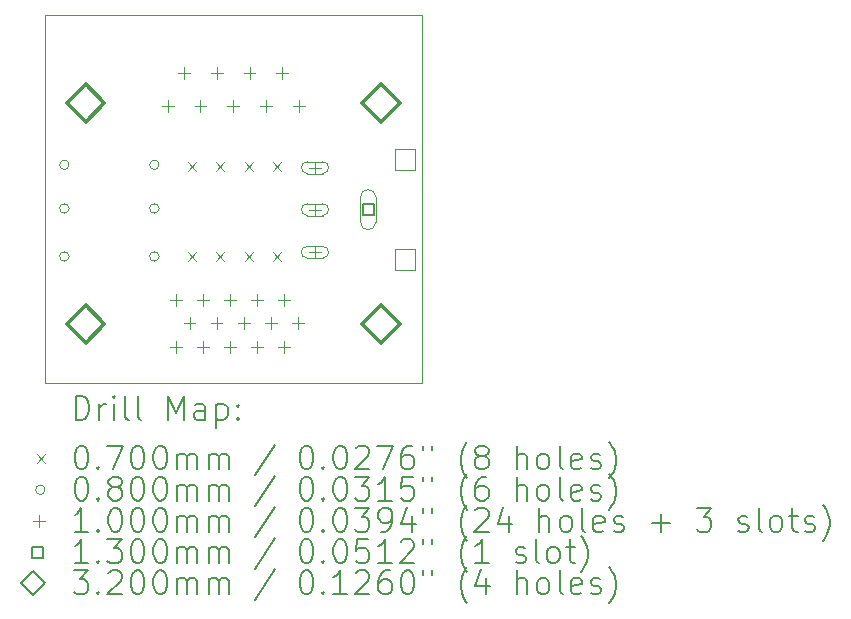
<source format=gbr>
%TF.GenerationSoftware,KiCad,Pcbnew,8.0.4*%
%TF.CreationDate,2024-08-07T16:27:48-04:00*%
%TF.ProjectId,C128VGA,43313238-5647-4412-9e6b-696361645f70,1.0*%
%TF.SameCoordinates,Original*%
%TF.FileFunction,Drillmap*%
%TF.FilePolarity,Positive*%
%FSLAX45Y45*%
G04 Gerber Fmt 4.5, Leading zero omitted, Abs format (unit mm)*
G04 Created by KiCad (PCBNEW 8.0.4) date 2024-08-07 16:27:48*
%MOMM*%
%LPD*%
G01*
G04 APERTURE LIST*
%ADD10C,0.050000*%
%ADD11C,0.010000*%
%ADD12C,0.200000*%
%ADD13C,0.100000*%
%ADD14C,0.130000*%
%ADD15C,0.320000*%
G04 APERTURE END LIST*
D10*
X22699360Y-7136810D02*
X25887060Y-7136810D01*
X25887060Y-10250850D01*
X22699360Y-10250850D01*
X22699360Y-7136810D01*
D11*
X25661800Y-8270860D02*
X25661800Y-8450860D01*
X25661800Y-8450860D02*
X25831800Y-8450860D01*
X25661800Y-9120860D02*
X25661800Y-9300860D01*
X25661800Y-9300860D02*
X25831800Y-9300860D01*
X25831800Y-8270860D02*
X25661800Y-8270860D01*
X25831800Y-8450860D02*
X25831800Y-8270860D01*
X25831800Y-9120860D02*
X25661800Y-9120860D01*
X25831800Y-9300860D02*
X25831800Y-9120860D01*
D12*
D13*
X23904500Y-8385100D02*
X23974500Y-8455100D01*
X23974500Y-8385100D02*
X23904500Y-8455100D01*
X23904500Y-9147100D02*
X23974500Y-9217100D01*
X23974500Y-9147100D02*
X23904500Y-9217100D01*
X24145800Y-8385100D02*
X24215800Y-8455100D01*
X24215800Y-8385100D02*
X24145800Y-8455100D01*
X24145800Y-9147100D02*
X24215800Y-9217100D01*
X24215800Y-9147100D02*
X24145800Y-9217100D01*
X24387100Y-8385100D02*
X24457100Y-8455100D01*
X24457100Y-8385100D02*
X24387100Y-8455100D01*
X24387100Y-9147100D02*
X24457100Y-9217100D01*
X24457100Y-9147100D02*
X24387100Y-9217100D01*
X24628400Y-8385100D02*
X24698400Y-8455100D01*
X24698400Y-8385100D02*
X24628400Y-8455100D01*
X24628400Y-9147100D02*
X24698400Y-9217100D01*
X24698400Y-9147100D02*
X24628400Y-9217100D01*
X22900000Y-8407400D02*
G75*
G02*
X22820000Y-8407400I-40000J0D01*
G01*
X22820000Y-8407400D02*
G75*
G02*
X22900000Y-8407400I40000J0D01*
G01*
X22900000Y-8775700D02*
G75*
G02*
X22820000Y-8775700I-40000J0D01*
G01*
X22820000Y-8775700D02*
G75*
G02*
X22900000Y-8775700I40000J0D01*
G01*
X22900000Y-9182100D02*
G75*
G02*
X22820000Y-9182100I-40000J0D01*
G01*
X22820000Y-9182100D02*
G75*
G02*
X22900000Y-9182100I40000J0D01*
G01*
X23662000Y-8407400D02*
G75*
G02*
X23582000Y-8407400I-40000J0D01*
G01*
X23582000Y-8407400D02*
G75*
G02*
X23662000Y-8407400I40000J0D01*
G01*
X23662000Y-8775700D02*
G75*
G02*
X23582000Y-8775700I-40000J0D01*
G01*
X23582000Y-8775700D02*
G75*
G02*
X23662000Y-8775700I40000J0D01*
G01*
X23662000Y-9182100D02*
G75*
G02*
X23582000Y-9182100I-40000J0D01*
G01*
X23582000Y-9182100D02*
G75*
G02*
X23662000Y-9182100I40000J0D01*
G01*
X23735700Y-7861620D02*
X23735700Y-7961620D01*
X23685700Y-7911620D02*
X23785700Y-7911620D01*
X23805200Y-9500400D02*
X23805200Y-9600400D01*
X23755200Y-9550400D02*
X23855200Y-9550400D01*
X23805200Y-9896400D02*
X23805200Y-9996400D01*
X23755200Y-9946400D02*
X23855200Y-9946400D01*
X23874200Y-7577620D02*
X23874200Y-7677620D01*
X23824200Y-7627620D02*
X23924200Y-7627620D01*
X23919700Y-9698400D02*
X23919700Y-9798400D01*
X23869700Y-9748400D02*
X23969700Y-9748400D01*
X24012700Y-7861620D02*
X24012700Y-7961620D01*
X23962700Y-7911620D02*
X24062700Y-7911620D01*
X24034200Y-9500400D02*
X24034200Y-9600400D01*
X23984200Y-9550400D02*
X24084200Y-9550400D01*
X24034200Y-9896400D02*
X24034200Y-9996400D01*
X23984200Y-9946400D02*
X24084200Y-9946400D01*
X24148700Y-9698400D02*
X24148700Y-9798400D01*
X24098700Y-9748400D02*
X24198700Y-9748400D01*
X24151200Y-7577620D02*
X24151200Y-7677620D01*
X24101200Y-7627620D02*
X24201200Y-7627620D01*
X24263200Y-9500400D02*
X24263200Y-9600400D01*
X24213200Y-9550400D02*
X24313200Y-9550400D01*
X24263200Y-9896400D02*
X24263200Y-9996400D01*
X24213200Y-9946400D02*
X24313200Y-9946400D01*
X24289700Y-7861620D02*
X24289700Y-7961620D01*
X24239700Y-7911620D02*
X24339700Y-7911620D01*
X24377700Y-9698400D02*
X24377700Y-9798400D01*
X24327700Y-9748400D02*
X24427700Y-9748400D01*
X24428200Y-7577620D02*
X24428200Y-7677620D01*
X24378200Y-7627620D02*
X24478200Y-7627620D01*
X24492200Y-9500400D02*
X24492200Y-9600400D01*
X24442200Y-9550400D02*
X24542200Y-9550400D01*
X24492200Y-9896400D02*
X24492200Y-9996400D01*
X24442200Y-9946400D02*
X24542200Y-9946400D01*
X24566700Y-7861620D02*
X24566700Y-7961620D01*
X24516700Y-7911620D02*
X24616700Y-7911620D01*
X24606700Y-9698400D02*
X24606700Y-9798400D01*
X24556700Y-9748400D02*
X24656700Y-9748400D01*
X24705200Y-7577620D02*
X24705200Y-7677620D01*
X24655200Y-7627620D02*
X24755200Y-7627620D01*
X24721200Y-9500400D02*
X24721200Y-9600400D01*
X24671200Y-9550400D02*
X24771200Y-9550400D01*
X24721200Y-9896400D02*
X24721200Y-9996400D01*
X24671200Y-9946400D02*
X24771200Y-9946400D01*
X24835700Y-9698400D02*
X24835700Y-9798400D01*
X24785700Y-9748400D02*
X24885700Y-9748400D01*
X24843700Y-7861620D02*
X24843700Y-7961620D01*
X24793700Y-7911620D02*
X24893700Y-7911620D01*
X24981790Y-8380260D02*
X24981790Y-8480260D01*
X24931790Y-8430260D02*
X25031790Y-8430260D01*
X24916790Y-8480260D02*
X25046790Y-8480260D01*
X25046790Y-8380260D02*
G75*
G02*
X25046790Y-8480260I0J-50000D01*
G01*
X25046790Y-8380260D02*
X24916790Y-8380260D01*
X24916790Y-8380260D02*
G75*
G03*
X24916790Y-8480260I0J-50000D01*
G01*
X24981790Y-9096540D02*
X24981790Y-9196540D01*
X24931790Y-9146540D02*
X25031790Y-9146540D01*
X24916790Y-9196540D02*
X25046790Y-9196540D01*
X25046790Y-9096540D02*
G75*
G02*
X25046790Y-9196540I0J-50000D01*
G01*
X25046790Y-9096540D02*
X24916790Y-9096540D01*
X24916790Y-9096540D02*
G75*
G03*
X24916790Y-9196540I0J-50000D01*
G01*
X24981800Y-8735860D02*
X24981800Y-8835860D01*
X24931800Y-8785860D02*
X25031800Y-8785860D01*
X24916800Y-8835860D02*
X25046800Y-8835860D01*
X25046800Y-8735860D02*
G75*
G02*
X25046800Y-8835860I0J-50000D01*
G01*
X25046800Y-8735860D02*
X24916800Y-8735860D01*
X24916800Y-8735860D02*
G75*
G03*
X24916800Y-8835860I0J-50000D01*
G01*
D14*
X25477762Y-8831822D02*
X25477762Y-8739898D01*
X25385838Y-8739898D01*
X25385838Y-8831822D01*
X25477762Y-8831822D01*
D13*
X25366800Y-8680860D02*
X25366800Y-8890860D01*
X25496800Y-8890860D02*
G75*
G02*
X25366800Y-8890860I-65000J0D01*
G01*
X25496800Y-8890860D02*
X25496800Y-8680860D01*
X25496800Y-8680860D02*
G75*
G03*
X25366800Y-8680860I-65000J0D01*
G01*
D15*
X23039700Y-8041620D02*
X23199700Y-7881620D01*
X23039700Y-7721620D01*
X22879700Y-7881620D01*
X23039700Y-8041620D01*
X23039700Y-9915400D02*
X23199700Y-9755400D01*
X23039700Y-9595400D01*
X22879700Y-9755400D01*
X23039700Y-9915400D01*
X25539700Y-8041620D02*
X25699700Y-7881620D01*
X25539700Y-7721620D01*
X25379700Y-7881620D01*
X25539700Y-8041620D01*
X25539700Y-9915400D02*
X25699700Y-9755400D01*
X25539700Y-9595400D01*
X25379700Y-9755400D01*
X25539700Y-9915400D01*
D12*
X22957637Y-10564834D02*
X22957637Y-10364834D01*
X22957637Y-10364834D02*
X23005256Y-10364834D01*
X23005256Y-10364834D02*
X23033827Y-10374358D01*
X23033827Y-10374358D02*
X23052875Y-10393405D01*
X23052875Y-10393405D02*
X23062399Y-10412453D01*
X23062399Y-10412453D02*
X23071922Y-10450548D01*
X23071922Y-10450548D02*
X23071922Y-10479120D01*
X23071922Y-10479120D02*
X23062399Y-10517215D01*
X23062399Y-10517215D02*
X23052875Y-10536262D01*
X23052875Y-10536262D02*
X23033827Y-10555310D01*
X23033827Y-10555310D02*
X23005256Y-10564834D01*
X23005256Y-10564834D02*
X22957637Y-10564834D01*
X23157637Y-10564834D02*
X23157637Y-10431500D01*
X23157637Y-10469596D02*
X23167161Y-10450548D01*
X23167161Y-10450548D02*
X23176684Y-10441024D01*
X23176684Y-10441024D02*
X23195732Y-10431500D01*
X23195732Y-10431500D02*
X23214780Y-10431500D01*
X23281446Y-10564834D02*
X23281446Y-10431500D01*
X23281446Y-10364834D02*
X23271922Y-10374358D01*
X23271922Y-10374358D02*
X23281446Y-10383881D01*
X23281446Y-10383881D02*
X23290970Y-10374358D01*
X23290970Y-10374358D02*
X23281446Y-10364834D01*
X23281446Y-10364834D02*
X23281446Y-10383881D01*
X23405256Y-10564834D02*
X23386208Y-10555310D01*
X23386208Y-10555310D02*
X23376684Y-10536262D01*
X23376684Y-10536262D02*
X23376684Y-10364834D01*
X23510018Y-10564834D02*
X23490970Y-10555310D01*
X23490970Y-10555310D02*
X23481446Y-10536262D01*
X23481446Y-10536262D02*
X23481446Y-10364834D01*
X23738589Y-10564834D02*
X23738589Y-10364834D01*
X23738589Y-10364834D02*
X23805256Y-10507691D01*
X23805256Y-10507691D02*
X23871922Y-10364834D01*
X23871922Y-10364834D02*
X23871922Y-10564834D01*
X24052875Y-10564834D02*
X24052875Y-10460072D01*
X24052875Y-10460072D02*
X24043351Y-10441024D01*
X24043351Y-10441024D02*
X24024303Y-10431500D01*
X24024303Y-10431500D02*
X23986208Y-10431500D01*
X23986208Y-10431500D02*
X23967161Y-10441024D01*
X24052875Y-10555310D02*
X24033827Y-10564834D01*
X24033827Y-10564834D02*
X23986208Y-10564834D01*
X23986208Y-10564834D02*
X23967161Y-10555310D01*
X23967161Y-10555310D02*
X23957637Y-10536262D01*
X23957637Y-10536262D02*
X23957637Y-10517215D01*
X23957637Y-10517215D02*
X23967161Y-10498167D01*
X23967161Y-10498167D02*
X23986208Y-10488643D01*
X23986208Y-10488643D02*
X24033827Y-10488643D01*
X24033827Y-10488643D02*
X24052875Y-10479120D01*
X24148113Y-10431500D02*
X24148113Y-10631500D01*
X24148113Y-10441024D02*
X24167161Y-10431500D01*
X24167161Y-10431500D02*
X24205256Y-10431500D01*
X24205256Y-10431500D02*
X24224303Y-10441024D01*
X24224303Y-10441024D02*
X24233827Y-10450548D01*
X24233827Y-10450548D02*
X24243351Y-10469596D01*
X24243351Y-10469596D02*
X24243351Y-10526739D01*
X24243351Y-10526739D02*
X24233827Y-10545786D01*
X24233827Y-10545786D02*
X24224303Y-10555310D01*
X24224303Y-10555310D02*
X24205256Y-10564834D01*
X24205256Y-10564834D02*
X24167161Y-10564834D01*
X24167161Y-10564834D02*
X24148113Y-10555310D01*
X24329065Y-10545786D02*
X24338589Y-10555310D01*
X24338589Y-10555310D02*
X24329065Y-10564834D01*
X24329065Y-10564834D02*
X24319542Y-10555310D01*
X24319542Y-10555310D02*
X24329065Y-10545786D01*
X24329065Y-10545786D02*
X24329065Y-10564834D01*
X24329065Y-10441024D02*
X24338589Y-10450548D01*
X24338589Y-10450548D02*
X24329065Y-10460072D01*
X24329065Y-10460072D02*
X24319542Y-10450548D01*
X24319542Y-10450548D02*
X24329065Y-10441024D01*
X24329065Y-10441024D02*
X24329065Y-10460072D01*
D13*
X22626860Y-10858350D02*
X22696860Y-10928350D01*
X22696860Y-10858350D02*
X22626860Y-10928350D01*
D12*
X22995732Y-10784834D02*
X23014780Y-10784834D01*
X23014780Y-10784834D02*
X23033827Y-10794358D01*
X23033827Y-10794358D02*
X23043351Y-10803881D01*
X23043351Y-10803881D02*
X23052875Y-10822929D01*
X23052875Y-10822929D02*
X23062399Y-10861024D01*
X23062399Y-10861024D02*
X23062399Y-10908643D01*
X23062399Y-10908643D02*
X23052875Y-10946739D01*
X23052875Y-10946739D02*
X23043351Y-10965786D01*
X23043351Y-10965786D02*
X23033827Y-10975310D01*
X23033827Y-10975310D02*
X23014780Y-10984834D01*
X23014780Y-10984834D02*
X22995732Y-10984834D01*
X22995732Y-10984834D02*
X22976684Y-10975310D01*
X22976684Y-10975310D02*
X22967161Y-10965786D01*
X22967161Y-10965786D02*
X22957637Y-10946739D01*
X22957637Y-10946739D02*
X22948113Y-10908643D01*
X22948113Y-10908643D02*
X22948113Y-10861024D01*
X22948113Y-10861024D02*
X22957637Y-10822929D01*
X22957637Y-10822929D02*
X22967161Y-10803881D01*
X22967161Y-10803881D02*
X22976684Y-10794358D01*
X22976684Y-10794358D02*
X22995732Y-10784834D01*
X23148113Y-10965786D02*
X23157637Y-10975310D01*
X23157637Y-10975310D02*
X23148113Y-10984834D01*
X23148113Y-10984834D02*
X23138589Y-10975310D01*
X23138589Y-10975310D02*
X23148113Y-10965786D01*
X23148113Y-10965786D02*
X23148113Y-10984834D01*
X23224303Y-10784834D02*
X23357637Y-10784834D01*
X23357637Y-10784834D02*
X23271922Y-10984834D01*
X23471922Y-10784834D02*
X23490970Y-10784834D01*
X23490970Y-10784834D02*
X23510018Y-10794358D01*
X23510018Y-10794358D02*
X23519542Y-10803881D01*
X23519542Y-10803881D02*
X23529065Y-10822929D01*
X23529065Y-10822929D02*
X23538589Y-10861024D01*
X23538589Y-10861024D02*
X23538589Y-10908643D01*
X23538589Y-10908643D02*
X23529065Y-10946739D01*
X23529065Y-10946739D02*
X23519542Y-10965786D01*
X23519542Y-10965786D02*
X23510018Y-10975310D01*
X23510018Y-10975310D02*
X23490970Y-10984834D01*
X23490970Y-10984834D02*
X23471922Y-10984834D01*
X23471922Y-10984834D02*
X23452875Y-10975310D01*
X23452875Y-10975310D02*
X23443351Y-10965786D01*
X23443351Y-10965786D02*
X23433827Y-10946739D01*
X23433827Y-10946739D02*
X23424303Y-10908643D01*
X23424303Y-10908643D02*
X23424303Y-10861024D01*
X23424303Y-10861024D02*
X23433827Y-10822929D01*
X23433827Y-10822929D02*
X23443351Y-10803881D01*
X23443351Y-10803881D02*
X23452875Y-10794358D01*
X23452875Y-10794358D02*
X23471922Y-10784834D01*
X23662399Y-10784834D02*
X23681446Y-10784834D01*
X23681446Y-10784834D02*
X23700494Y-10794358D01*
X23700494Y-10794358D02*
X23710018Y-10803881D01*
X23710018Y-10803881D02*
X23719542Y-10822929D01*
X23719542Y-10822929D02*
X23729065Y-10861024D01*
X23729065Y-10861024D02*
X23729065Y-10908643D01*
X23729065Y-10908643D02*
X23719542Y-10946739D01*
X23719542Y-10946739D02*
X23710018Y-10965786D01*
X23710018Y-10965786D02*
X23700494Y-10975310D01*
X23700494Y-10975310D02*
X23681446Y-10984834D01*
X23681446Y-10984834D02*
X23662399Y-10984834D01*
X23662399Y-10984834D02*
X23643351Y-10975310D01*
X23643351Y-10975310D02*
X23633827Y-10965786D01*
X23633827Y-10965786D02*
X23624303Y-10946739D01*
X23624303Y-10946739D02*
X23614780Y-10908643D01*
X23614780Y-10908643D02*
X23614780Y-10861024D01*
X23614780Y-10861024D02*
X23624303Y-10822929D01*
X23624303Y-10822929D02*
X23633827Y-10803881D01*
X23633827Y-10803881D02*
X23643351Y-10794358D01*
X23643351Y-10794358D02*
X23662399Y-10784834D01*
X23814780Y-10984834D02*
X23814780Y-10851500D01*
X23814780Y-10870548D02*
X23824303Y-10861024D01*
X23824303Y-10861024D02*
X23843351Y-10851500D01*
X23843351Y-10851500D02*
X23871923Y-10851500D01*
X23871923Y-10851500D02*
X23890970Y-10861024D01*
X23890970Y-10861024D02*
X23900494Y-10880072D01*
X23900494Y-10880072D02*
X23900494Y-10984834D01*
X23900494Y-10880072D02*
X23910018Y-10861024D01*
X23910018Y-10861024D02*
X23929065Y-10851500D01*
X23929065Y-10851500D02*
X23957637Y-10851500D01*
X23957637Y-10851500D02*
X23976684Y-10861024D01*
X23976684Y-10861024D02*
X23986208Y-10880072D01*
X23986208Y-10880072D02*
X23986208Y-10984834D01*
X24081446Y-10984834D02*
X24081446Y-10851500D01*
X24081446Y-10870548D02*
X24090970Y-10861024D01*
X24090970Y-10861024D02*
X24110018Y-10851500D01*
X24110018Y-10851500D02*
X24138589Y-10851500D01*
X24138589Y-10851500D02*
X24157637Y-10861024D01*
X24157637Y-10861024D02*
X24167161Y-10880072D01*
X24167161Y-10880072D02*
X24167161Y-10984834D01*
X24167161Y-10880072D02*
X24176684Y-10861024D01*
X24176684Y-10861024D02*
X24195732Y-10851500D01*
X24195732Y-10851500D02*
X24224303Y-10851500D01*
X24224303Y-10851500D02*
X24243351Y-10861024D01*
X24243351Y-10861024D02*
X24252875Y-10880072D01*
X24252875Y-10880072D02*
X24252875Y-10984834D01*
X24643351Y-10775310D02*
X24471923Y-11032453D01*
X24900494Y-10784834D02*
X24919542Y-10784834D01*
X24919542Y-10784834D02*
X24938589Y-10794358D01*
X24938589Y-10794358D02*
X24948113Y-10803881D01*
X24948113Y-10803881D02*
X24957637Y-10822929D01*
X24957637Y-10822929D02*
X24967161Y-10861024D01*
X24967161Y-10861024D02*
X24967161Y-10908643D01*
X24967161Y-10908643D02*
X24957637Y-10946739D01*
X24957637Y-10946739D02*
X24948113Y-10965786D01*
X24948113Y-10965786D02*
X24938589Y-10975310D01*
X24938589Y-10975310D02*
X24919542Y-10984834D01*
X24919542Y-10984834D02*
X24900494Y-10984834D01*
X24900494Y-10984834D02*
X24881446Y-10975310D01*
X24881446Y-10975310D02*
X24871923Y-10965786D01*
X24871923Y-10965786D02*
X24862399Y-10946739D01*
X24862399Y-10946739D02*
X24852875Y-10908643D01*
X24852875Y-10908643D02*
X24852875Y-10861024D01*
X24852875Y-10861024D02*
X24862399Y-10822929D01*
X24862399Y-10822929D02*
X24871923Y-10803881D01*
X24871923Y-10803881D02*
X24881446Y-10794358D01*
X24881446Y-10794358D02*
X24900494Y-10784834D01*
X25052875Y-10965786D02*
X25062399Y-10975310D01*
X25062399Y-10975310D02*
X25052875Y-10984834D01*
X25052875Y-10984834D02*
X25043351Y-10975310D01*
X25043351Y-10975310D02*
X25052875Y-10965786D01*
X25052875Y-10965786D02*
X25052875Y-10984834D01*
X25186208Y-10784834D02*
X25205256Y-10784834D01*
X25205256Y-10784834D02*
X25224304Y-10794358D01*
X25224304Y-10794358D02*
X25233827Y-10803881D01*
X25233827Y-10803881D02*
X25243351Y-10822929D01*
X25243351Y-10822929D02*
X25252875Y-10861024D01*
X25252875Y-10861024D02*
X25252875Y-10908643D01*
X25252875Y-10908643D02*
X25243351Y-10946739D01*
X25243351Y-10946739D02*
X25233827Y-10965786D01*
X25233827Y-10965786D02*
X25224304Y-10975310D01*
X25224304Y-10975310D02*
X25205256Y-10984834D01*
X25205256Y-10984834D02*
X25186208Y-10984834D01*
X25186208Y-10984834D02*
X25167161Y-10975310D01*
X25167161Y-10975310D02*
X25157637Y-10965786D01*
X25157637Y-10965786D02*
X25148113Y-10946739D01*
X25148113Y-10946739D02*
X25138589Y-10908643D01*
X25138589Y-10908643D02*
X25138589Y-10861024D01*
X25138589Y-10861024D02*
X25148113Y-10822929D01*
X25148113Y-10822929D02*
X25157637Y-10803881D01*
X25157637Y-10803881D02*
X25167161Y-10794358D01*
X25167161Y-10794358D02*
X25186208Y-10784834D01*
X25329066Y-10803881D02*
X25338589Y-10794358D01*
X25338589Y-10794358D02*
X25357637Y-10784834D01*
X25357637Y-10784834D02*
X25405256Y-10784834D01*
X25405256Y-10784834D02*
X25424304Y-10794358D01*
X25424304Y-10794358D02*
X25433827Y-10803881D01*
X25433827Y-10803881D02*
X25443351Y-10822929D01*
X25443351Y-10822929D02*
X25443351Y-10841977D01*
X25443351Y-10841977D02*
X25433827Y-10870548D01*
X25433827Y-10870548D02*
X25319542Y-10984834D01*
X25319542Y-10984834D02*
X25443351Y-10984834D01*
X25510018Y-10784834D02*
X25643351Y-10784834D01*
X25643351Y-10784834D02*
X25557637Y-10984834D01*
X25805256Y-10784834D02*
X25767161Y-10784834D01*
X25767161Y-10784834D02*
X25748113Y-10794358D01*
X25748113Y-10794358D02*
X25738589Y-10803881D01*
X25738589Y-10803881D02*
X25719542Y-10832453D01*
X25719542Y-10832453D02*
X25710018Y-10870548D01*
X25710018Y-10870548D02*
X25710018Y-10946739D01*
X25710018Y-10946739D02*
X25719542Y-10965786D01*
X25719542Y-10965786D02*
X25729066Y-10975310D01*
X25729066Y-10975310D02*
X25748113Y-10984834D01*
X25748113Y-10984834D02*
X25786208Y-10984834D01*
X25786208Y-10984834D02*
X25805256Y-10975310D01*
X25805256Y-10975310D02*
X25814780Y-10965786D01*
X25814780Y-10965786D02*
X25824304Y-10946739D01*
X25824304Y-10946739D02*
X25824304Y-10899120D01*
X25824304Y-10899120D02*
X25814780Y-10880072D01*
X25814780Y-10880072D02*
X25805256Y-10870548D01*
X25805256Y-10870548D02*
X25786208Y-10861024D01*
X25786208Y-10861024D02*
X25748113Y-10861024D01*
X25748113Y-10861024D02*
X25729066Y-10870548D01*
X25729066Y-10870548D02*
X25719542Y-10880072D01*
X25719542Y-10880072D02*
X25710018Y-10899120D01*
X25900494Y-10784834D02*
X25900494Y-10822929D01*
X25976685Y-10784834D02*
X25976685Y-10822929D01*
X26271923Y-11061024D02*
X26262399Y-11051500D01*
X26262399Y-11051500D02*
X26243351Y-11022929D01*
X26243351Y-11022929D02*
X26233828Y-11003881D01*
X26233828Y-11003881D02*
X26224304Y-10975310D01*
X26224304Y-10975310D02*
X26214780Y-10927691D01*
X26214780Y-10927691D02*
X26214780Y-10889596D01*
X26214780Y-10889596D02*
X26224304Y-10841977D01*
X26224304Y-10841977D02*
X26233828Y-10813405D01*
X26233828Y-10813405D02*
X26243351Y-10794358D01*
X26243351Y-10794358D02*
X26262399Y-10765786D01*
X26262399Y-10765786D02*
X26271923Y-10756262D01*
X26376685Y-10870548D02*
X26357637Y-10861024D01*
X26357637Y-10861024D02*
X26348113Y-10851500D01*
X26348113Y-10851500D02*
X26338589Y-10832453D01*
X26338589Y-10832453D02*
X26338589Y-10822929D01*
X26338589Y-10822929D02*
X26348113Y-10803881D01*
X26348113Y-10803881D02*
X26357637Y-10794358D01*
X26357637Y-10794358D02*
X26376685Y-10784834D01*
X26376685Y-10784834D02*
X26414780Y-10784834D01*
X26414780Y-10784834D02*
X26433828Y-10794358D01*
X26433828Y-10794358D02*
X26443351Y-10803881D01*
X26443351Y-10803881D02*
X26452875Y-10822929D01*
X26452875Y-10822929D02*
X26452875Y-10832453D01*
X26452875Y-10832453D02*
X26443351Y-10851500D01*
X26443351Y-10851500D02*
X26433828Y-10861024D01*
X26433828Y-10861024D02*
X26414780Y-10870548D01*
X26414780Y-10870548D02*
X26376685Y-10870548D01*
X26376685Y-10870548D02*
X26357637Y-10880072D01*
X26357637Y-10880072D02*
X26348113Y-10889596D01*
X26348113Y-10889596D02*
X26338589Y-10908643D01*
X26338589Y-10908643D02*
X26338589Y-10946739D01*
X26338589Y-10946739D02*
X26348113Y-10965786D01*
X26348113Y-10965786D02*
X26357637Y-10975310D01*
X26357637Y-10975310D02*
X26376685Y-10984834D01*
X26376685Y-10984834D02*
X26414780Y-10984834D01*
X26414780Y-10984834D02*
X26433828Y-10975310D01*
X26433828Y-10975310D02*
X26443351Y-10965786D01*
X26443351Y-10965786D02*
X26452875Y-10946739D01*
X26452875Y-10946739D02*
X26452875Y-10908643D01*
X26452875Y-10908643D02*
X26443351Y-10889596D01*
X26443351Y-10889596D02*
X26433828Y-10880072D01*
X26433828Y-10880072D02*
X26414780Y-10870548D01*
X26690970Y-10984834D02*
X26690970Y-10784834D01*
X26776685Y-10984834D02*
X26776685Y-10880072D01*
X26776685Y-10880072D02*
X26767161Y-10861024D01*
X26767161Y-10861024D02*
X26748113Y-10851500D01*
X26748113Y-10851500D02*
X26719542Y-10851500D01*
X26719542Y-10851500D02*
X26700494Y-10861024D01*
X26700494Y-10861024D02*
X26690970Y-10870548D01*
X26900494Y-10984834D02*
X26881447Y-10975310D01*
X26881447Y-10975310D02*
X26871923Y-10965786D01*
X26871923Y-10965786D02*
X26862399Y-10946739D01*
X26862399Y-10946739D02*
X26862399Y-10889596D01*
X26862399Y-10889596D02*
X26871923Y-10870548D01*
X26871923Y-10870548D02*
X26881447Y-10861024D01*
X26881447Y-10861024D02*
X26900494Y-10851500D01*
X26900494Y-10851500D02*
X26929066Y-10851500D01*
X26929066Y-10851500D02*
X26948113Y-10861024D01*
X26948113Y-10861024D02*
X26957637Y-10870548D01*
X26957637Y-10870548D02*
X26967161Y-10889596D01*
X26967161Y-10889596D02*
X26967161Y-10946739D01*
X26967161Y-10946739D02*
X26957637Y-10965786D01*
X26957637Y-10965786D02*
X26948113Y-10975310D01*
X26948113Y-10975310D02*
X26929066Y-10984834D01*
X26929066Y-10984834D02*
X26900494Y-10984834D01*
X27081447Y-10984834D02*
X27062399Y-10975310D01*
X27062399Y-10975310D02*
X27052875Y-10956262D01*
X27052875Y-10956262D02*
X27052875Y-10784834D01*
X27233828Y-10975310D02*
X27214780Y-10984834D01*
X27214780Y-10984834D02*
X27176685Y-10984834D01*
X27176685Y-10984834D02*
X27157637Y-10975310D01*
X27157637Y-10975310D02*
X27148113Y-10956262D01*
X27148113Y-10956262D02*
X27148113Y-10880072D01*
X27148113Y-10880072D02*
X27157637Y-10861024D01*
X27157637Y-10861024D02*
X27176685Y-10851500D01*
X27176685Y-10851500D02*
X27214780Y-10851500D01*
X27214780Y-10851500D02*
X27233828Y-10861024D01*
X27233828Y-10861024D02*
X27243351Y-10880072D01*
X27243351Y-10880072D02*
X27243351Y-10899120D01*
X27243351Y-10899120D02*
X27148113Y-10918167D01*
X27319542Y-10975310D02*
X27338590Y-10984834D01*
X27338590Y-10984834D02*
X27376685Y-10984834D01*
X27376685Y-10984834D02*
X27395732Y-10975310D01*
X27395732Y-10975310D02*
X27405256Y-10956262D01*
X27405256Y-10956262D02*
X27405256Y-10946739D01*
X27405256Y-10946739D02*
X27395732Y-10927691D01*
X27395732Y-10927691D02*
X27376685Y-10918167D01*
X27376685Y-10918167D02*
X27348113Y-10918167D01*
X27348113Y-10918167D02*
X27329066Y-10908643D01*
X27329066Y-10908643D02*
X27319542Y-10889596D01*
X27319542Y-10889596D02*
X27319542Y-10880072D01*
X27319542Y-10880072D02*
X27329066Y-10861024D01*
X27329066Y-10861024D02*
X27348113Y-10851500D01*
X27348113Y-10851500D02*
X27376685Y-10851500D01*
X27376685Y-10851500D02*
X27395732Y-10861024D01*
X27471923Y-11061024D02*
X27481447Y-11051500D01*
X27481447Y-11051500D02*
X27500494Y-11022929D01*
X27500494Y-11022929D02*
X27510018Y-11003881D01*
X27510018Y-11003881D02*
X27519542Y-10975310D01*
X27519542Y-10975310D02*
X27529066Y-10927691D01*
X27529066Y-10927691D02*
X27529066Y-10889596D01*
X27529066Y-10889596D02*
X27519542Y-10841977D01*
X27519542Y-10841977D02*
X27510018Y-10813405D01*
X27510018Y-10813405D02*
X27500494Y-10794358D01*
X27500494Y-10794358D02*
X27481447Y-10765786D01*
X27481447Y-10765786D02*
X27471923Y-10756262D01*
D13*
X22696860Y-11157350D02*
G75*
G02*
X22616860Y-11157350I-40000J0D01*
G01*
X22616860Y-11157350D02*
G75*
G02*
X22696860Y-11157350I40000J0D01*
G01*
D12*
X22995732Y-11048834D02*
X23014780Y-11048834D01*
X23014780Y-11048834D02*
X23033827Y-11058358D01*
X23033827Y-11058358D02*
X23043351Y-11067881D01*
X23043351Y-11067881D02*
X23052875Y-11086929D01*
X23052875Y-11086929D02*
X23062399Y-11125024D01*
X23062399Y-11125024D02*
X23062399Y-11172643D01*
X23062399Y-11172643D02*
X23052875Y-11210738D01*
X23052875Y-11210738D02*
X23043351Y-11229786D01*
X23043351Y-11229786D02*
X23033827Y-11239310D01*
X23033827Y-11239310D02*
X23014780Y-11248834D01*
X23014780Y-11248834D02*
X22995732Y-11248834D01*
X22995732Y-11248834D02*
X22976684Y-11239310D01*
X22976684Y-11239310D02*
X22967161Y-11229786D01*
X22967161Y-11229786D02*
X22957637Y-11210738D01*
X22957637Y-11210738D02*
X22948113Y-11172643D01*
X22948113Y-11172643D02*
X22948113Y-11125024D01*
X22948113Y-11125024D02*
X22957637Y-11086929D01*
X22957637Y-11086929D02*
X22967161Y-11067881D01*
X22967161Y-11067881D02*
X22976684Y-11058358D01*
X22976684Y-11058358D02*
X22995732Y-11048834D01*
X23148113Y-11229786D02*
X23157637Y-11239310D01*
X23157637Y-11239310D02*
X23148113Y-11248834D01*
X23148113Y-11248834D02*
X23138589Y-11239310D01*
X23138589Y-11239310D02*
X23148113Y-11229786D01*
X23148113Y-11229786D02*
X23148113Y-11248834D01*
X23271922Y-11134548D02*
X23252875Y-11125024D01*
X23252875Y-11125024D02*
X23243351Y-11115500D01*
X23243351Y-11115500D02*
X23233827Y-11096453D01*
X23233827Y-11096453D02*
X23233827Y-11086929D01*
X23233827Y-11086929D02*
X23243351Y-11067881D01*
X23243351Y-11067881D02*
X23252875Y-11058358D01*
X23252875Y-11058358D02*
X23271922Y-11048834D01*
X23271922Y-11048834D02*
X23310018Y-11048834D01*
X23310018Y-11048834D02*
X23329065Y-11058358D01*
X23329065Y-11058358D02*
X23338589Y-11067881D01*
X23338589Y-11067881D02*
X23348113Y-11086929D01*
X23348113Y-11086929D02*
X23348113Y-11096453D01*
X23348113Y-11096453D02*
X23338589Y-11115500D01*
X23338589Y-11115500D02*
X23329065Y-11125024D01*
X23329065Y-11125024D02*
X23310018Y-11134548D01*
X23310018Y-11134548D02*
X23271922Y-11134548D01*
X23271922Y-11134548D02*
X23252875Y-11144072D01*
X23252875Y-11144072D02*
X23243351Y-11153596D01*
X23243351Y-11153596D02*
X23233827Y-11172643D01*
X23233827Y-11172643D02*
X23233827Y-11210738D01*
X23233827Y-11210738D02*
X23243351Y-11229786D01*
X23243351Y-11229786D02*
X23252875Y-11239310D01*
X23252875Y-11239310D02*
X23271922Y-11248834D01*
X23271922Y-11248834D02*
X23310018Y-11248834D01*
X23310018Y-11248834D02*
X23329065Y-11239310D01*
X23329065Y-11239310D02*
X23338589Y-11229786D01*
X23338589Y-11229786D02*
X23348113Y-11210738D01*
X23348113Y-11210738D02*
X23348113Y-11172643D01*
X23348113Y-11172643D02*
X23338589Y-11153596D01*
X23338589Y-11153596D02*
X23329065Y-11144072D01*
X23329065Y-11144072D02*
X23310018Y-11134548D01*
X23471922Y-11048834D02*
X23490970Y-11048834D01*
X23490970Y-11048834D02*
X23510018Y-11058358D01*
X23510018Y-11058358D02*
X23519542Y-11067881D01*
X23519542Y-11067881D02*
X23529065Y-11086929D01*
X23529065Y-11086929D02*
X23538589Y-11125024D01*
X23538589Y-11125024D02*
X23538589Y-11172643D01*
X23538589Y-11172643D02*
X23529065Y-11210738D01*
X23529065Y-11210738D02*
X23519542Y-11229786D01*
X23519542Y-11229786D02*
X23510018Y-11239310D01*
X23510018Y-11239310D02*
X23490970Y-11248834D01*
X23490970Y-11248834D02*
X23471922Y-11248834D01*
X23471922Y-11248834D02*
X23452875Y-11239310D01*
X23452875Y-11239310D02*
X23443351Y-11229786D01*
X23443351Y-11229786D02*
X23433827Y-11210738D01*
X23433827Y-11210738D02*
X23424303Y-11172643D01*
X23424303Y-11172643D02*
X23424303Y-11125024D01*
X23424303Y-11125024D02*
X23433827Y-11086929D01*
X23433827Y-11086929D02*
X23443351Y-11067881D01*
X23443351Y-11067881D02*
X23452875Y-11058358D01*
X23452875Y-11058358D02*
X23471922Y-11048834D01*
X23662399Y-11048834D02*
X23681446Y-11048834D01*
X23681446Y-11048834D02*
X23700494Y-11058358D01*
X23700494Y-11058358D02*
X23710018Y-11067881D01*
X23710018Y-11067881D02*
X23719542Y-11086929D01*
X23719542Y-11086929D02*
X23729065Y-11125024D01*
X23729065Y-11125024D02*
X23729065Y-11172643D01*
X23729065Y-11172643D02*
X23719542Y-11210738D01*
X23719542Y-11210738D02*
X23710018Y-11229786D01*
X23710018Y-11229786D02*
X23700494Y-11239310D01*
X23700494Y-11239310D02*
X23681446Y-11248834D01*
X23681446Y-11248834D02*
X23662399Y-11248834D01*
X23662399Y-11248834D02*
X23643351Y-11239310D01*
X23643351Y-11239310D02*
X23633827Y-11229786D01*
X23633827Y-11229786D02*
X23624303Y-11210738D01*
X23624303Y-11210738D02*
X23614780Y-11172643D01*
X23614780Y-11172643D02*
X23614780Y-11125024D01*
X23614780Y-11125024D02*
X23624303Y-11086929D01*
X23624303Y-11086929D02*
X23633827Y-11067881D01*
X23633827Y-11067881D02*
X23643351Y-11058358D01*
X23643351Y-11058358D02*
X23662399Y-11048834D01*
X23814780Y-11248834D02*
X23814780Y-11115500D01*
X23814780Y-11134548D02*
X23824303Y-11125024D01*
X23824303Y-11125024D02*
X23843351Y-11115500D01*
X23843351Y-11115500D02*
X23871923Y-11115500D01*
X23871923Y-11115500D02*
X23890970Y-11125024D01*
X23890970Y-11125024D02*
X23900494Y-11144072D01*
X23900494Y-11144072D02*
X23900494Y-11248834D01*
X23900494Y-11144072D02*
X23910018Y-11125024D01*
X23910018Y-11125024D02*
X23929065Y-11115500D01*
X23929065Y-11115500D02*
X23957637Y-11115500D01*
X23957637Y-11115500D02*
X23976684Y-11125024D01*
X23976684Y-11125024D02*
X23986208Y-11144072D01*
X23986208Y-11144072D02*
X23986208Y-11248834D01*
X24081446Y-11248834D02*
X24081446Y-11115500D01*
X24081446Y-11134548D02*
X24090970Y-11125024D01*
X24090970Y-11125024D02*
X24110018Y-11115500D01*
X24110018Y-11115500D02*
X24138589Y-11115500D01*
X24138589Y-11115500D02*
X24157637Y-11125024D01*
X24157637Y-11125024D02*
X24167161Y-11144072D01*
X24167161Y-11144072D02*
X24167161Y-11248834D01*
X24167161Y-11144072D02*
X24176684Y-11125024D01*
X24176684Y-11125024D02*
X24195732Y-11115500D01*
X24195732Y-11115500D02*
X24224303Y-11115500D01*
X24224303Y-11115500D02*
X24243351Y-11125024D01*
X24243351Y-11125024D02*
X24252875Y-11144072D01*
X24252875Y-11144072D02*
X24252875Y-11248834D01*
X24643351Y-11039310D02*
X24471923Y-11296453D01*
X24900494Y-11048834D02*
X24919542Y-11048834D01*
X24919542Y-11048834D02*
X24938589Y-11058358D01*
X24938589Y-11058358D02*
X24948113Y-11067881D01*
X24948113Y-11067881D02*
X24957637Y-11086929D01*
X24957637Y-11086929D02*
X24967161Y-11125024D01*
X24967161Y-11125024D02*
X24967161Y-11172643D01*
X24967161Y-11172643D02*
X24957637Y-11210738D01*
X24957637Y-11210738D02*
X24948113Y-11229786D01*
X24948113Y-11229786D02*
X24938589Y-11239310D01*
X24938589Y-11239310D02*
X24919542Y-11248834D01*
X24919542Y-11248834D02*
X24900494Y-11248834D01*
X24900494Y-11248834D02*
X24881446Y-11239310D01*
X24881446Y-11239310D02*
X24871923Y-11229786D01*
X24871923Y-11229786D02*
X24862399Y-11210738D01*
X24862399Y-11210738D02*
X24852875Y-11172643D01*
X24852875Y-11172643D02*
X24852875Y-11125024D01*
X24852875Y-11125024D02*
X24862399Y-11086929D01*
X24862399Y-11086929D02*
X24871923Y-11067881D01*
X24871923Y-11067881D02*
X24881446Y-11058358D01*
X24881446Y-11058358D02*
X24900494Y-11048834D01*
X25052875Y-11229786D02*
X25062399Y-11239310D01*
X25062399Y-11239310D02*
X25052875Y-11248834D01*
X25052875Y-11248834D02*
X25043351Y-11239310D01*
X25043351Y-11239310D02*
X25052875Y-11229786D01*
X25052875Y-11229786D02*
X25052875Y-11248834D01*
X25186208Y-11048834D02*
X25205256Y-11048834D01*
X25205256Y-11048834D02*
X25224304Y-11058358D01*
X25224304Y-11058358D02*
X25233827Y-11067881D01*
X25233827Y-11067881D02*
X25243351Y-11086929D01*
X25243351Y-11086929D02*
X25252875Y-11125024D01*
X25252875Y-11125024D02*
X25252875Y-11172643D01*
X25252875Y-11172643D02*
X25243351Y-11210738D01*
X25243351Y-11210738D02*
X25233827Y-11229786D01*
X25233827Y-11229786D02*
X25224304Y-11239310D01*
X25224304Y-11239310D02*
X25205256Y-11248834D01*
X25205256Y-11248834D02*
X25186208Y-11248834D01*
X25186208Y-11248834D02*
X25167161Y-11239310D01*
X25167161Y-11239310D02*
X25157637Y-11229786D01*
X25157637Y-11229786D02*
X25148113Y-11210738D01*
X25148113Y-11210738D02*
X25138589Y-11172643D01*
X25138589Y-11172643D02*
X25138589Y-11125024D01*
X25138589Y-11125024D02*
X25148113Y-11086929D01*
X25148113Y-11086929D02*
X25157637Y-11067881D01*
X25157637Y-11067881D02*
X25167161Y-11058358D01*
X25167161Y-11058358D02*
X25186208Y-11048834D01*
X25319542Y-11048834D02*
X25443351Y-11048834D01*
X25443351Y-11048834D02*
X25376685Y-11125024D01*
X25376685Y-11125024D02*
X25405256Y-11125024D01*
X25405256Y-11125024D02*
X25424304Y-11134548D01*
X25424304Y-11134548D02*
X25433827Y-11144072D01*
X25433827Y-11144072D02*
X25443351Y-11163120D01*
X25443351Y-11163120D02*
X25443351Y-11210738D01*
X25443351Y-11210738D02*
X25433827Y-11229786D01*
X25433827Y-11229786D02*
X25424304Y-11239310D01*
X25424304Y-11239310D02*
X25405256Y-11248834D01*
X25405256Y-11248834D02*
X25348113Y-11248834D01*
X25348113Y-11248834D02*
X25329066Y-11239310D01*
X25329066Y-11239310D02*
X25319542Y-11229786D01*
X25633827Y-11248834D02*
X25519542Y-11248834D01*
X25576685Y-11248834D02*
X25576685Y-11048834D01*
X25576685Y-11048834D02*
X25557637Y-11077405D01*
X25557637Y-11077405D02*
X25538589Y-11096453D01*
X25538589Y-11096453D02*
X25519542Y-11105977D01*
X25814780Y-11048834D02*
X25719542Y-11048834D01*
X25719542Y-11048834D02*
X25710018Y-11144072D01*
X25710018Y-11144072D02*
X25719542Y-11134548D01*
X25719542Y-11134548D02*
X25738589Y-11125024D01*
X25738589Y-11125024D02*
X25786208Y-11125024D01*
X25786208Y-11125024D02*
X25805256Y-11134548D01*
X25805256Y-11134548D02*
X25814780Y-11144072D01*
X25814780Y-11144072D02*
X25824304Y-11163120D01*
X25824304Y-11163120D02*
X25824304Y-11210738D01*
X25824304Y-11210738D02*
X25814780Y-11229786D01*
X25814780Y-11229786D02*
X25805256Y-11239310D01*
X25805256Y-11239310D02*
X25786208Y-11248834D01*
X25786208Y-11248834D02*
X25738589Y-11248834D01*
X25738589Y-11248834D02*
X25719542Y-11239310D01*
X25719542Y-11239310D02*
X25710018Y-11229786D01*
X25900494Y-11048834D02*
X25900494Y-11086929D01*
X25976685Y-11048834D02*
X25976685Y-11086929D01*
X26271923Y-11325024D02*
X26262399Y-11315500D01*
X26262399Y-11315500D02*
X26243351Y-11286929D01*
X26243351Y-11286929D02*
X26233828Y-11267881D01*
X26233828Y-11267881D02*
X26224304Y-11239310D01*
X26224304Y-11239310D02*
X26214780Y-11191691D01*
X26214780Y-11191691D02*
X26214780Y-11153596D01*
X26214780Y-11153596D02*
X26224304Y-11105977D01*
X26224304Y-11105977D02*
X26233828Y-11077405D01*
X26233828Y-11077405D02*
X26243351Y-11058358D01*
X26243351Y-11058358D02*
X26262399Y-11029786D01*
X26262399Y-11029786D02*
X26271923Y-11020262D01*
X26433828Y-11048834D02*
X26395732Y-11048834D01*
X26395732Y-11048834D02*
X26376685Y-11058358D01*
X26376685Y-11058358D02*
X26367161Y-11067881D01*
X26367161Y-11067881D02*
X26348113Y-11096453D01*
X26348113Y-11096453D02*
X26338589Y-11134548D01*
X26338589Y-11134548D02*
X26338589Y-11210738D01*
X26338589Y-11210738D02*
X26348113Y-11229786D01*
X26348113Y-11229786D02*
X26357637Y-11239310D01*
X26357637Y-11239310D02*
X26376685Y-11248834D01*
X26376685Y-11248834D02*
X26414780Y-11248834D01*
X26414780Y-11248834D02*
X26433828Y-11239310D01*
X26433828Y-11239310D02*
X26443351Y-11229786D01*
X26443351Y-11229786D02*
X26452875Y-11210738D01*
X26452875Y-11210738D02*
X26452875Y-11163120D01*
X26452875Y-11163120D02*
X26443351Y-11144072D01*
X26443351Y-11144072D02*
X26433828Y-11134548D01*
X26433828Y-11134548D02*
X26414780Y-11125024D01*
X26414780Y-11125024D02*
X26376685Y-11125024D01*
X26376685Y-11125024D02*
X26357637Y-11134548D01*
X26357637Y-11134548D02*
X26348113Y-11144072D01*
X26348113Y-11144072D02*
X26338589Y-11163120D01*
X26690970Y-11248834D02*
X26690970Y-11048834D01*
X26776685Y-11248834D02*
X26776685Y-11144072D01*
X26776685Y-11144072D02*
X26767161Y-11125024D01*
X26767161Y-11125024D02*
X26748113Y-11115500D01*
X26748113Y-11115500D02*
X26719542Y-11115500D01*
X26719542Y-11115500D02*
X26700494Y-11125024D01*
X26700494Y-11125024D02*
X26690970Y-11134548D01*
X26900494Y-11248834D02*
X26881447Y-11239310D01*
X26881447Y-11239310D02*
X26871923Y-11229786D01*
X26871923Y-11229786D02*
X26862399Y-11210738D01*
X26862399Y-11210738D02*
X26862399Y-11153596D01*
X26862399Y-11153596D02*
X26871923Y-11134548D01*
X26871923Y-11134548D02*
X26881447Y-11125024D01*
X26881447Y-11125024D02*
X26900494Y-11115500D01*
X26900494Y-11115500D02*
X26929066Y-11115500D01*
X26929066Y-11115500D02*
X26948113Y-11125024D01*
X26948113Y-11125024D02*
X26957637Y-11134548D01*
X26957637Y-11134548D02*
X26967161Y-11153596D01*
X26967161Y-11153596D02*
X26967161Y-11210738D01*
X26967161Y-11210738D02*
X26957637Y-11229786D01*
X26957637Y-11229786D02*
X26948113Y-11239310D01*
X26948113Y-11239310D02*
X26929066Y-11248834D01*
X26929066Y-11248834D02*
X26900494Y-11248834D01*
X27081447Y-11248834D02*
X27062399Y-11239310D01*
X27062399Y-11239310D02*
X27052875Y-11220262D01*
X27052875Y-11220262D02*
X27052875Y-11048834D01*
X27233828Y-11239310D02*
X27214780Y-11248834D01*
X27214780Y-11248834D02*
X27176685Y-11248834D01*
X27176685Y-11248834D02*
X27157637Y-11239310D01*
X27157637Y-11239310D02*
X27148113Y-11220262D01*
X27148113Y-11220262D02*
X27148113Y-11144072D01*
X27148113Y-11144072D02*
X27157637Y-11125024D01*
X27157637Y-11125024D02*
X27176685Y-11115500D01*
X27176685Y-11115500D02*
X27214780Y-11115500D01*
X27214780Y-11115500D02*
X27233828Y-11125024D01*
X27233828Y-11125024D02*
X27243351Y-11144072D01*
X27243351Y-11144072D02*
X27243351Y-11163120D01*
X27243351Y-11163120D02*
X27148113Y-11182167D01*
X27319542Y-11239310D02*
X27338590Y-11248834D01*
X27338590Y-11248834D02*
X27376685Y-11248834D01*
X27376685Y-11248834D02*
X27395732Y-11239310D01*
X27395732Y-11239310D02*
X27405256Y-11220262D01*
X27405256Y-11220262D02*
X27405256Y-11210738D01*
X27405256Y-11210738D02*
X27395732Y-11191691D01*
X27395732Y-11191691D02*
X27376685Y-11182167D01*
X27376685Y-11182167D02*
X27348113Y-11182167D01*
X27348113Y-11182167D02*
X27329066Y-11172643D01*
X27329066Y-11172643D02*
X27319542Y-11153596D01*
X27319542Y-11153596D02*
X27319542Y-11144072D01*
X27319542Y-11144072D02*
X27329066Y-11125024D01*
X27329066Y-11125024D02*
X27348113Y-11115500D01*
X27348113Y-11115500D02*
X27376685Y-11115500D01*
X27376685Y-11115500D02*
X27395732Y-11125024D01*
X27471923Y-11325024D02*
X27481447Y-11315500D01*
X27481447Y-11315500D02*
X27500494Y-11286929D01*
X27500494Y-11286929D02*
X27510018Y-11267881D01*
X27510018Y-11267881D02*
X27519542Y-11239310D01*
X27519542Y-11239310D02*
X27529066Y-11191691D01*
X27529066Y-11191691D02*
X27529066Y-11153596D01*
X27529066Y-11153596D02*
X27519542Y-11105977D01*
X27519542Y-11105977D02*
X27510018Y-11077405D01*
X27510018Y-11077405D02*
X27500494Y-11058358D01*
X27500494Y-11058358D02*
X27481447Y-11029786D01*
X27481447Y-11029786D02*
X27471923Y-11020262D01*
D13*
X22646860Y-11371350D02*
X22646860Y-11471350D01*
X22596860Y-11421350D02*
X22696860Y-11421350D01*
D12*
X23062399Y-11512834D02*
X22948113Y-11512834D01*
X23005256Y-11512834D02*
X23005256Y-11312834D01*
X23005256Y-11312834D02*
X22986208Y-11341405D01*
X22986208Y-11341405D02*
X22967161Y-11360453D01*
X22967161Y-11360453D02*
X22948113Y-11369977D01*
X23148113Y-11493786D02*
X23157637Y-11503310D01*
X23157637Y-11503310D02*
X23148113Y-11512834D01*
X23148113Y-11512834D02*
X23138589Y-11503310D01*
X23138589Y-11503310D02*
X23148113Y-11493786D01*
X23148113Y-11493786D02*
X23148113Y-11512834D01*
X23281446Y-11312834D02*
X23300494Y-11312834D01*
X23300494Y-11312834D02*
X23319542Y-11322358D01*
X23319542Y-11322358D02*
X23329065Y-11331881D01*
X23329065Y-11331881D02*
X23338589Y-11350929D01*
X23338589Y-11350929D02*
X23348113Y-11389024D01*
X23348113Y-11389024D02*
X23348113Y-11436643D01*
X23348113Y-11436643D02*
X23338589Y-11474738D01*
X23338589Y-11474738D02*
X23329065Y-11493786D01*
X23329065Y-11493786D02*
X23319542Y-11503310D01*
X23319542Y-11503310D02*
X23300494Y-11512834D01*
X23300494Y-11512834D02*
X23281446Y-11512834D01*
X23281446Y-11512834D02*
X23262399Y-11503310D01*
X23262399Y-11503310D02*
X23252875Y-11493786D01*
X23252875Y-11493786D02*
X23243351Y-11474738D01*
X23243351Y-11474738D02*
X23233827Y-11436643D01*
X23233827Y-11436643D02*
X23233827Y-11389024D01*
X23233827Y-11389024D02*
X23243351Y-11350929D01*
X23243351Y-11350929D02*
X23252875Y-11331881D01*
X23252875Y-11331881D02*
X23262399Y-11322358D01*
X23262399Y-11322358D02*
X23281446Y-11312834D01*
X23471922Y-11312834D02*
X23490970Y-11312834D01*
X23490970Y-11312834D02*
X23510018Y-11322358D01*
X23510018Y-11322358D02*
X23519542Y-11331881D01*
X23519542Y-11331881D02*
X23529065Y-11350929D01*
X23529065Y-11350929D02*
X23538589Y-11389024D01*
X23538589Y-11389024D02*
X23538589Y-11436643D01*
X23538589Y-11436643D02*
X23529065Y-11474738D01*
X23529065Y-11474738D02*
X23519542Y-11493786D01*
X23519542Y-11493786D02*
X23510018Y-11503310D01*
X23510018Y-11503310D02*
X23490970Y-11512834D01*
X23490970Y-11512834D02*
X23471922Y-11512834D01*
X23471922Y-11512834D02*
X23452875Y-11503310D01*
X23452875Y-11503310D02*
X23443351Y-11493786D01*
X23443351Y-11493786D02*
X23433827Y-11474738D01*
X23433827Y-11474738D02*
X23424303Y-11436643D01*
X23424303Y-11436643D02*
X23424303Y-11389024D01*
X23424303Y-11389024D02*
X23433827Y-11350929D01*
X23433827Y-11350929D02*
X23443351Y-11331881D01*
X23443351Y-11331881D02*
X23452875Y-11322358D01*
X23452875Y-11322358D02*
X23471922Y-11312834D01*
X23662399Y-11312834D02*
X23681446Y-11312834D01*
X23681446Y-11312834D02*
X23700494Y-11322358D01*
X23700494Y-11322358D02*
X23710018Y-11331881D01*
X23710018Y-11331881D02*
X23719542Y-11350929D01*
X23719542Y-11350929D02*
X23729065Y-11389024D01*
X23729065Y-11389024D02*
X23729065Y-11436643D01*
X23729065Y-11436643D02*
X23719542Y-11474738D01*
X23719542Y-11474738D02*
X23710018Y-11493786D01*
X23710018Y-11493786D02*
X23700494Y-11503310D01*
X23700494Y-11503310D02*
X23681446Y-11512834D01*
X23681446Y-11512834D02*
X23662399Y-11512834D01*
X23662399Y-11512834D02*
X23643351Y-11503310D01*
X23643351Y-11503310D02*
X23633827Y-11493786D01*
X23633827Y-11493786D02*
X23624303Y-11474738D01*
X23624303Y-11474738D02*
X23614780Y-11436643D01*
X23614780Y-11436643D02*
X23614780Y-11389024D01*
X23614780Y-11389024D02*
X23624303Y-11350929D01*
X23624303Y-11350929D02*
X23633827Y-11331881D01*
X23633827Y-11331881D02*
X23643351Y-11322358D01*
X23643351Y-11322358D02*
X23662399Y-11312834D01*
X23814780Y-11512834D02*
X23814780Y-11379500D01*
X23814780Y-11398548D02*
X23824303Y-11389024D01*
X23824303Y-11389024D02*
X23843351Y-11379500D01*
X23843351Y-11379500D02*
X23871923Y-11379500D01*
X23871923Y-11379500D02*
X23890970Y-11389024D01*
X23890970Y-11389024D02*
X23900494Y-11408072D01*
X23900494Y-11408072D02*
X23900494Y-11512834D01*
X23900494Y-11408072D02*
X23910018Y-11389024D01*
X23910018Y-11389024D02*
X23929065Y-11379500D01*
X23929065Y-11379500D02*
X23957637Y-11379500D01*
X23957637Y-11379500D02*
X23976684Y-11389024D01*
X23976684Y-11389024D02*
X23986208Y-11408072D01*
X23986208Y-11408072D02*
X23986208Y-11512834D01*
X24081446Y-11512834D02*
X24081446Y-11379500D01*
X24081446Y-11398548D02*
X24090970Y-11389024D01*
X24090970Y-11389024D02*
X24110018Y-11379500D01*
X24110018Y-11379500D02*
X24138589Y-11379500D01*
X24138589Y-11379500D02*
X24157637Y-11389024D01*
X24157637Y-11389024D02*
X24167161Y-11408072D01*
X24167161Y-11408072D02*
X24167161Y-11512834D01*
X24167161Y-11408072D02*
X24176684Y-11389024D01*
X24176684Y-11389024D02*
X24195732Y-11379500D01*
X24195732Y-11379500D02*
X24224303Y-11379500D01*
X24224303Y-11379500D02*
X24243351Y-11389024D01*
X24243351Y-11389024D02*
X24252875Y-11408072D01*
X24252875Y-11408072D02*
X24252875Y-11512834D01*
X24643351Y-11303310D02*
X24471923Y-11560453D01*
X24900494Y-11312834D02*
X24919542Y-11312834D01*
X24919542Y-11312834D02*
X24938589Y-11322358D01*
X24938589Y-11322358D02*
X24948113Y-11331881D01*
X24948113Y-11331881D02*
X24957637Y-11350929D01*
X24957637Y-11350929D02*
X24967161Y-11389024D01*
X24967161Y-11389024D02*
X24967161Y-11436643D01*
X24967161Y-11436643D02*
X24957637Y-11474738D01*
X24957637Y-11474738D02*
X24948113Y-11493786D01*
X24948113Y-11493786D02*
X24938589Y-11503310D01*
X24938589Y-11503310D02*
X24919542Y-11512834D01*
X24919542Y-11512834D02*
X24900494Y-11512834D01*
X24900494Y-11512834D02*
X24881446Y-11503310D01*
X24881446Y-11503310D02*
X24871923Y-11493786D01*
X24871923Y-11493786D02*
X24862399Y-11474738D01*
X24862399Y-11474738D02*
X24852875Y-11436643D01*
X24852875Y-11436643D02*
X24852875Y-11389024D01*
X24852875Y-11389024D02*
X24862399Y-11350929D01*
X24862399Y-11350929D02*
X24871923Y-11331881D01*
X24871923Y-11331881D02*
X24881446Y-11322358D01*
X24881446Y-11322358D02*
X24900494Y-11312834D01*
X25052875Y-11493786D02*
X25062399Y-11503310D01*
X25062399Y-11503310D02*
X25052875Y-11512834D01*
X25052875Y-11512834D02*
X25043351Y-11503310D01*
X25043351Y-11503310D02*
X25052875Y-11493786D01*
X25052875Y-11493786D02*
X25052875Y-11512834D01*
X25186208Y-11312834D02*
X25205256Y-11312834D01*
X25205256Y-11312834D02*
X25224304Y-11322358D01*
X25224304Y-11322358D02*
X25233827Y-11331881D01*
X25233827Y-11331881D02*
X25243351Y-11350929D01*
X25243351Y-11350929D02*
X25252875Y-11389024D01*
X25252875Y-11389024D02*
X25252875Y-11436643D01*
X25252875Y-11436643D02*
X25243351Y-11474738D01*
X25243351Y-11474738D02*
X25233827Y-11493786D01*
X25233827Y-11493786D02*
X25224304Y-11503310D01*
X25224304Y-11503310D02*
X25205256Y-11512834D01*
X25205256Y-11512834D02*
X25186208Y-11512834D01*
X25186208Y-11512834D02*
X25167161Y-11503310D01*
X25167161Y-11503310D02*
X25157637Y-11493786D01*
X25157637Y-11493786D02*
X25148113Y-11474738D01*
X25148113Y-11474738D02*
X25138589Y-11436643D01*
X25138589Y-11436643D02*
X25138589Y-11389024D01*
X25138589Y-11389024D02*
X25148113Y-11350929D01*
X25148113Y-11350929D02*
X25157637Y-11331881D01*
X25157637Y-11331881D02*
X25167161Y-11322358D01*
X25167161Y-11322358D02*
X25186208Y-11312834D01*
X25319542Y-11312834D02*
X25443351Y-11312834D01*
X25443351Y-11312834D02*
X25376685Y-11389024D01*
X25376685Y-11389024D02*
X25405256Y-11389024D01*
X25405256Y-11389024D02*
X25424304Y-11398548D01*
X25424304Y-11398548D02*
X25433827Y-11408072D01*
X25433827Y-11408072D02*
X25443351Y-11427119D01*
X25443351Y-11427119D02*
X25443351Y-11474738D01*
X25443351Y-11474738D02*
X25433827Y-11493786D01*
X25433827Y-11493786D02*
X25424304Y-11503310D01*
X25424304Y-11503310D02*
X25405256Y-11512834D01*
X25405256Y-11512834D02*
X25348113Y-11512834D01*
X25348113Y-11512834D02*
X25329066Y-11503310D01*
X25329066Y-11503310D02*
X25319542Y-11493786D01*
X25538589Y-11512834D02*
X25576685Y-11512834D01*
X25576685Y-11512834D02*
X25595732Y-11503310D01*
X25595732Y-11503310D02*
X25605256Y-11493786D01*
X25605256Y-11493786D02*
X25624304Y-11465215D01*
X25624304Y-11465215D02*
X25633827Y-11427119D01*
X25633827Y-11427119D02*
X25633827Y-11350929D01*
X25633827Y-11350929D02*
X25624304Y-11331881D01*
X25624304Y-11331881D02*
X25614780Y-11322358D01*
X25614780Y-11322358D02*
X25595732Y-11312834D01*
X25595732Y-11312834D02*
X25557637Y-11312834D01*
X25557637Y-11312834D02*
X25538589Y-11322358D01*
X25538589Y-11322358D02*
X25529066Y-11331881D01*
X25529066Y-11331881D02*
X25519542Y-11350929D01*
X25519542Y-11350929D02*
X25519542Y-11398548D01*
X25519542Y-11398548D02*
X25529066Y-11417596D01*
X25529066Y-11417596D02*
X25538589Y-11427119D01*
X25538589Y-11427119D02*
X25557637Y-11436643D01*
X25557637Y-11436643D02*
X25595732Y-11436643D01*
X25595732Y-11436643D02*
X25614780Y-11427119D01*
X25614780Y-11427119D02*
X25624304Y-11417596D01*
X25624304Y-11417596D02*
X25633827Y-11398548D01*
X25805256Y-11379500D02*
X25805256Y-11512834D01*
X25757637Y-11303310D02*
X25710018Y-11446167D01*
X25710018Y-11446167D02*
X25833827Y-11446167D01*
X25900494Y-11312834D02*
X25900494Y-11350929D01*
X25976685Y-11312834D02*
X25976685Y-11350929D01*
X26271923Y-11589024D02*
X26262399Y-11579500D01*
X26262399Y-11579500D02*
X26243351Y-11550929D01*
X26243351Y-11550929D02*
X26233828Y-11531881D01*
X26233828Y-11531881D02*
X26224304Y-11503310D01*
X26224304Y-11503310D02*
X26214780Y-11455691D01*
X26214780Y-11455691D02*
X26214780Y-11417596D01*
X26214780Y-11417596D02*
X26224304Y-11369977D01*
X26224304Y-11369977D02*
X26233828Y-11341405D01*
X26233828Y-11341405D02*
X26243351Y-11322358D01*
X26243351Y-11322358D02*
X26262399Y-11293786D01*
X26262399Y-11293786D02*
X26271923Y-11284262D01*
X26338589Y-11331881D02*
X26348113Y-11322358D01*
X26348113Y-11322358D02*
X26367161Y-11312834D01*
X26367161Y-11312834D02*
X26414780Y-11312834D01*
X26414780Y-11312834D02*
X26433828Y-11322358D01*
X26433828Y-11322358D02*
X26443351Y-11331881D01*
X26443351Y-11331881D02*
X26452875Y-11350929D01*
X26452875Y-11350929D02*
X26452875Y-11369977D01*
X26452875Y-11369977D02*
X26443351Y-11398548D01*
X26443351Y-11398548D02*
X26329066Y-11512834D01*
X26329066Y-11512834D02*
X26452875Y-11512834D01*
X26624304Y-11379500D02*
X26624304Y-11512834D01*
X26576685Y-11303310D02*
X26529066Y-11446167D01*
X26529066Y-11446167D02*
X26652875Y-11446167D01*
X26881447Y-11512834D02*
X26881447Y-11312834D01*
X26967161Y-11512834D02*
X26967161Y-11408072D01*
X26967161Y-11408072D02*
X26957637Y-11389024D01*
X26957637Y-11389024D02*
X26938590Y-11379500D01*
X26938590Y-11379500D02*
X26910018Y-11379500D01*
X26910018Y-11379500D02*
X26890970Y-11389024D01*
X26890970Y-11389024D02*
X26881447Y-11398548D01*
X27090970Y-11512834D02*
X27071923Y-11503310D01*
X27071923Y-11503310D02*
X27062399Y-11493786D01*
X27062399Y-11493786D02*
X27052875Y-11474738D01*
X27052875Y-11474738D02*
X27052875Y-11417596D01*
X27052875Y-11417596D02*
X27062399Y-11398548D01*
X27062399Y-11398548D02*
X27071923Y-11389024D01*
X27071923Y-11389024D02*
X27090970Y-11379500D01*
X27090970Y-11379500D02*
X27119542Y-11379500D01*
X27119542Y-11379500D02*
X27138590Y-11389024D01*
X27138590Y-11389024D02*
X27148113Y-11398548D01*
X27148113Y-11398548D02*
X27157637Y-11417596D01*
X27157637Y-11417596D02*
X27157637Y-11474738D01*
X27157637Y-11474738D02*
X27148113Y-11493786D01*
X27148113Y-11493786D02*
X27138590Y-11503310D01*
X27138590Y-11503310D02*
X27119542Y-11512834D01*
X27119542Y-11512834D02*
X27090970Y-11512834D01*
X27271923Y-11512834D02*
X27252875Y-11503310D01*
X27252875Y-11503310D02*
X27243351Y-11484262D01*
X27243351Y-11484262D02*
X27243351Y-11312834D01*
X27424304Y-11503310D02*
X27405256Y-11512834D01*
X27405256Y-11512834D02*
X27367161Y-11512834D01*
X27367161Y-11512834D02*
X27348113Y-11503310D01*
X27348113Y-11503310D02*
X27338590Y-11484262D01*
X27338590Y-11484262D02*
X27338590Y-11408072D01*
X27338590Y-11408072D02*
X27348113Y-11389024D01*
X27348113Y-11389024D02*
X27367161Y-11379500D01*
X27367161Y-11379500D02*
X27405256Y-11379500D01*
X27405256Y-11379500D02*
X27424304Y-11389024D01*
X27424304Y-11389024D02*
X27433828Y-11408072D01*
X27433828Y-11408072D02*
X27433828Y-11427119D01*
X27433828Y-11427119D02*
X27338590Y-11446167D01*
X27510018Y-11503310D02*
X27529066Y-11512834D01*
X27529066Y-11512834D02*
X27567161Y-11512834D01*
X27567161Y-11512834D02*
X27586209Y-11503310D01*
X27586209Y-11503310D02*
X27595732Y-11484262D01*
X27595732Y-11484262D02*
X27595732Y-11474738D01*
X27595732Y-11474738D02*
X27586209Y-11455691D01*
X27586209Y-11455691D02*
X27567161Y-11446167D01*
X27567161Y-11446167D02*
X27538590Y-11446167D01*
X27538590Y-11446167D02*
X27519542Y-11436643D01*
X27519542Y-11436643D02*
X27510018Y-11417596D01*
X27510018Y-11417596D02*
X27510018Y-11408072D01*
X27510018Y-11408072D02*
X27519542Y-11389024D01*
X27519542Y-11389024D02*
X27538590Y-11379500D01*
X27538590Y-11379500D02*
X27567161Y-11379500D01*
X27567161Y-11379500D02*
X27586209Y-11389024D01*
X27833828Y-11436643D02*
X27986209Y-11436643D01*
X27910018Y-11512834D02*
X27910018Y-11360453D01*
X28214780Y-11312834D02*
X28338590Y-11312834D01*
X28338590Y-11312834D02*
X28271923Y-11389024D01*
X28271923Y-11389024D02*
X28300494Y-11389024D01*
X28300494Y-11389024D02*
X28319542Y-11398548D01*
X28319542Y-11398548D02*
X28329066Y-11408072D01*
X28329066Y-11408072D02*
X28338590Y-11427119D01*
X28338590Y-11427119D02*
X28338590Y-11474738D01*
X28338590Y-11474738D02*
X28329066Y-11493786D01*
X28329066Y-11493786D02*
X28319542Y-11503310D01*
X28319542Y-11503310D02*
X28300494Y-11512834D01*
X28300494Y-11512834D02*
X28243352Y-11512834D01*
X28243352Y-11512834D02*
X28224304Y-11503310D01*
X28224304Y-11503310D02*
X28214780Y-11493786D01*
X28567161Y-11503310D02*
X28586209Y-11512834D01*
X28586209Y-11512834D02*
X28624304Y-11512834D01*
X28624304Y-11512834D02*
X28643352Y-11503310D01*
X28643352Y-11503310D02*
X28652875Y-11484262D01*
X28652875Y-11484262D02*
X28652875Y-11474738D01*
X28652875Y-11474738D02*
X28643352Y-11455691D01*
X28643352Y-11455691D02*
X28624304Y-11446167D01*
X28624304Y-11446167D02*
X28595733Y-11446167D01*
X28595733Y-11446167D02*
X28576685Y-11436643D01*
X28576685Y-11436643D02*
X28567161Y-11417596D01*
X28567161Y-11417596D02*
X28567161Y-11408072D01*
X28567161Y-11408072D02*
X28576685Y-11389024D01*
X28576685Y-11389024D02*
X28595733Y-11379500D01*
X28595733Y-11379500D02*
X28624304Y-11379500D01*
X28624304Y-11379500D02*
X28643352Y-11389024D01*
X28767161Y-11512834D02*
X28748114Y-11503310D01*
X28748114Y-11503310D02*
X28738590Y-11484262D01*
X28738590Y-11484262D02*
X28738590Y-11312834D01*
X28871923Y-11512834D02*
X28852875Y-11503310D01*
X28852875Y-11503310D02*
X28843352Y-11493786D01*
X28843352Y-11493786D02*
X28833828Y-11474738D01*
X28833828Y-11474738D02*
X28833828Y-11417596D01*
X28833828Y-11417596D02*
X28843352Y-11398548D01*
X28843352Y-11398548D02*
X28852875Y-11389024D01*
X28852875Y-11389024D02*
X28871923Y-11379500D01*
X28871923Y-11379500D02*
X28900495Y-11379500D01*
X28900495Y-11379500D02*
X28919542Y-11389024D01*
X28919542Y-11389024D02*
X28929066Y-11398548D01*
X28929066Y-11398548D02*
X28938590Y-11417596D01*
X28938590Y-11417596D02*
X28938590Y-11474738D01*
X28938590Y-11474738D02*
X28929066Y-11493786D01*
X28929066Y-11493786D02*
X28919542Y-11503310D01*
X28919542Y-11503310D02*
X28900495Y-11512834D01*
X28900495Y-11512834D02*
X28871923Y-11512834D01*
X28995733Y-11379500D02*
X29071923Y-11379500D01*
X29024304Y-11312834D02*
X29024304Y-11484262D01*
X29024304Y-11484262D02*
X29033828Y-11503310D01*
X29033828Y-11503310D02*
X29052875Y-11512834D01*
X29052875Y-11512834D02*
X29071923Y-11512834D01*
X29129066Y-11503310D02*
X29148114Y-11512834D01*
X29148114Y-11512834D02*
X29186209Y-11512834D01*
X29186209Y-11512834D02*
X29205256Y-11503310D01*
X29205256Y-11503310D02*
X29214780Y-11484262D01*
X29214780Y-11484262D02*
X29214780Y-11474738D01*
X29214780Y-11474738D02*
X29205256Y-11455691D01*
X29205256Y-11455691D02*
X29186209Y-11446167D01*
X29186209Y-11446167D02*
X29157637Y-11446167D01*
X29157637Y-11446167D02*
X29138590Y-11436643D01*
X29138590Y-11436643D02*
X29129066Y-11417596D01*
X29129066Y-11417596D02*
X29129066Y-11408072D01*
X29129066Y-11408072D02*
X29138590Y-11389024D01*
X29138590Y-11389024D02*
X29157637Y-11379500D01*
X29157637Y-11379500D02*
X29186209Y-11379500D01*
X29186209Y-11379500D02*
X29205256Y-11389024D01*
X29281447Y-11589024D02*
X29290971Y-11579500D01*
X29290971Y-11579500D02*
X29310018Y-11550929D01*
X29310018Y-11550929D02*
X29319542Y-11531881D01*
X29319542Y-11531881D02*
X29329066Y-11503310D01*
X29329066Y-11503310D02*
X29338590Y-11455691D01*
X29338590Y-11455691D02*
X29338590Y-11417596D01*
X29338590Y-11417596D02*
X29329066Y-11369977D01*
X29329066Y-11369977D02*
X29319542Y-11341405D01*
X29319542Y-11341405D02*
X29310018Y-11322358D01*
X29310018Y-11322358D02*
X29290971Y-11293786D01*
X29290971Y-11293786D02*
X29281447Y-11284262D01*
D14*
X22677822Y-11731312D02*
X22677822Y-11639388D01*
X22585898Y-11639388D01*
X22585898Y-11731312D01*
X22677822Y-11731312D01*
D12*
X23062399Y-11776834D02*
X22948113Y-11776834D01*
X23005256Y-11776834D02*
X23005256Y-11576834D01*
X23005256Y-11576834D02*
X22986208Y-11605405D01*
X22986208Y-11605405D02*
X22967161Y-11624453D01*
X22967161Y-11624453D02*
X22948113Y-11633977D01*
X23148113Y-11757786D02*
X23157637Y-11767310D01*
X23157637Y-11767310D02*
X23148113Y-11776834D01*
X23148113Y-11776834D02*
X23138589Y-11767310D01*
X23138589Y-11767310D02*
X23148113Y-11757786D01*
X23148113Y-11757786D02*
X23148113Y-11776834D01*
X23224303Y-11576834D02*
X23348113Y-11576834D01*
X23348113Y-11576834D02*
X23281446Y-11653024D01*
X23281446Y-11653024D02*
X23310018Y-11653024D01*
X23310018Y-11653024D02*
X23329065Y-11662548D01*
X23329065Y-11662548D02*
X23338589Y-11672072D01*
X23338589Y-11672072D02*
X23348113Y-11691119D01*
X23348113Y-11691119D02*
X23348113Y-11738738D01*
X23348113Y-11738738D02*
X23338589Y-11757786D01*
X23338589Y-11757786D02*
X23329065Y-11767310D01*
X23329065Y-11767310D02*
X23310018Y-11776834D01*
X23310018Y-11776834D02*
X23252875Y-11776834D01*
X23252875Y-11776834D02*
X23233827Y-11767310D01*
X23233827Y-11767310D02*
X23224303Y-11757786D01*
X23471922Y-11576834D02*
X23490970Y-11576834D01*
X23490970Y-11576834D02*
X23510018Y-11586358D01*
X23510018Y-11586358D02*
X23519542Y-11595881D01*
X23519542Y-11595881D02*
X23529065Y-11614929D01*
X23529065Y-11614929D02*
X23538589Y-11653024D01*
X23538589Y-11653024D02*
X23538589Y-11700643D01*
X23538589Y-11700643D02*
X23529065Y-11738738D01*
X23529065Y-11738738D02*
X23519542Y-11757786D01*
X23519542Y-11757786D02*
X23510018Y-11767310D01*
X23510018Y-11767310D02*
X23490970Y-11776834D01*
X23490970Y-11776834D02*
X23471922Y-11776834D01*
X23471922Y-11776834D02*
X23452875Y-11767310D01*
X23452875Y-11767310D02*
X23443351Y-11757786D01*
X23443351Y-11757786D02*
X23433827Y-11738738D01*
X23433827Y-11738738D02*
X23424303Y-11700643D01*
X23424303Y-11700643D02*
X23424303Y-11653024D01*
X23424303Y-11653024D02*
X23433827Y-11614929D01*
X23433827Y-11614929D02*
X23443351Y-11595881D01*
X23443351Y-11595881D02*
X23452875Y-11586358D01*
X23452875Y-11586358D02*
X23471922Y-11576834D01*
X23662399Y-11576834D02*
X23681446Y-11576834D01*
X23681446Y-11576834D02*
X23700494Y-11586358D01*
X23700494Y-11586358D02*
X23710018Y-11595881D01*
X23710018Y-11595881D02*
X23719542Y-11614929D01*
X23719542Y-11614929D02*
X23729065Y-11653024D01*
X23729065Y-11653024D02*
X23729065Y-11700643D01*
X23729065Y-11700643D02*
X23719542Y-11738738D01*
X23719542Y-11738738D02*
X23710018Y-11757786D01*
X23710018Y-11757786D02*
X23700494Y-11767310D01*
X23700494Y-11767310D02*
X23681446Y-11776834D01*
X23681446Y-11776834D02*
X23662399Y-11776834D01*
X23662399Y-11776834D02*
X23643351Y-11767310D01*
X23643351Y-11767310D02*
X23633827Y-11757786D01*
X23633827Y-11757786D02*
X23624303Y-11738738D01*
X23624303Y-11738738D02*
X23614780Y-11700643D01*
X23614780Y-11700643D02*
X23614780Y-11653024D01*
X23614780Y-11653024D02*
X23624303Y-11614929D01*
X23624303Y-11614929D02*
X23633827Y-11595881D01*
X23633827Y-11595881D02*
X23643351Y-11586358D01*
X23643351Y-11586358D02*
X23662399Y-11576834D01*
X23814780Y-11776834D02*
X23814780Y-11643500D01*
X23814780Y-11662548D02*
X23824303Y-11653024D01*
X23824303Y-11653024D02*
X23843351Y-11643500D01*
X23843351Y-11643500D02*
X23871923Y-11643500D01*
X23871923Y-11643500D02*
X23890970Y-11653024D01*
X23890970Y-11653024D02*
X23900494Y-11672072D01*
X23900494Y-11672072D02*
X23900494Y-11776834D01*
X23900494Y-11672072D02*
X23910018Y-11653024D01*
X23910018Y-11653024D02*
X23929065Y-11643500D01*
X23929065Y-11643500D02*
X23957637Y-11643500D01*
X23957637Y-11643500D02*
X23976684Y-11653024D01*
X23976684Y-11653024D02*
X23986208Y-11672072D01*
X23986208Y-11672072D02*
X23986208Y-11776834D01*
X24081446Y-11776834D02*
X24081446Y-11643500D01*
X24081446Y-11662548D02*
X24090970Y-11653024D01*
X24090970Y-11653024D02*
X24110018Y-11643500D01*
X24110018Y-11643500D02*
X24138589Y-11643500D01*
X24138589Y-11643500D02*
X24157637Y-11653024D01*
X24157637Y-11653024D02*
X24167161Y-11672072D01*
X24167161Y-11672072D02*
X24167161Y-11776834D01*
X24167161Y-11672072D02*
X24176684Y-11653024D01*
X24176684Y-11653024D02*
X24195732Y-11643500D01*
X24195732Y-11643500D02*
X24224303Y-11643500D01*
X24224303Y-11643500D02*
X24243351Y-11653024D01*
X24243351Y-11653024D02*
X24252875Y-11672072D01*
X24252875Y-11672072D02*
X24252875Y-11776834D01*
X24643351Y-11567310D02*
X24471923Y-11824453D01*
X24900494Y-11576834D02*
X24919542Y-11576834D01*
X24919542Y-11576834D02*
X24938589Y-11586358D01*
X24938589Y-11586358D02*
X24948113Y-11595881D01*
X24948113Y-11595881D02*
X24957637Y-11614929D01*
X24957637Y-11614929D02*
X24967161Y-11653024D01*
X24967161Y-11653024D02*
X24967161Y-11700643D01*
X24967161Y-11700643D02*
X24957637Y-11738738D01*
X24957637Y-11738738D02*
X24948113Y-11757786D01*
X24948113Y-11757786D02*
X24938589Y-11767310D01*
X24938589Y-11767310D02*
X24919542Y-11776834D01*
X24919542Y-11776834D02*
X24900494Y-11776834D01*
X24900494Y-11776834D02*
X24881446Y-11767310D01*
X24881446Y-11767310D02*
X24871923Y-11757786D01*
X24871923Y-11757786D02*
X24862399Y-11738738D01*
X24862399Y-11738738D02*
X24852875Y-11700643D01*
X24852875Y-11700643D02*
X24852875Y-11653024D01*
X24852875Y-11653024D02*
X24862399Y-11614929D01*
X24862399Y-11614929D02*
X24871923Y-11595881D01*
X24871923Y-11595881D02*
X24881446Y-11586358D01*
X24881446Y-11586358D02*
X24900494Y-11576834D01*
X25052875Y-11757786D02*
X25062399Y-11767310D01*
X25062399Y-11767310D02*
X25052875Y-11776834D01*
X25052875Y-11776834D02*
X25043351Y-11767310D01*
X25043351Y-11767310D02*
X25052875Y-11757786D01*
X25052875Y-11757786D02*
X25052875Y-11776834D01*
X25186208Y-11576834D02*
X25205256Y-11576834D01*
X25205256Y-11576834D02*
X25224304Y-11586358D01*
X25224304Y-11586358D02*
X25233827Y-11595881D01*
X25233827Y-11595881D02*
X25243351Y-11614929D01*
X25243351Y-11614929D02*
X25252875Y-11653024D01*
X25252875Y-11653024D02*
X25252875Y-11700643D01*
X25252875Y-11700643D02*
X25243351Y-11738738D01*
X25243351Y-11738738D02*
X25233827Y-11757786D01*
X25233827Y-11757786D02*
X25224304Y-11767310D01*
X25224304Y-11767310D02*
X25205256Y-11776834D01*
X25205256Y-11776834D02*
X25186208Y-11776834D01*
X25186208Y-11776834D02*
X25167161Y-11767310D01*
X25167161Y-11767310D02*
X25157637Y-11757786D01*
X25157637Y-11757786D02*
X25148113Y-11738738D01*
X25148113Y-11738738D02*
X25138589Y-11700643D01*
X25138589Y-11700643D02*
X25138589Y-11653024D01*
X25138589Y-11653024D02*
X25148113Y-11614929D01*
X25148113Y-11614929D02*
X25157637Y-11595881D01*
X25157637Y-11595881D02*
X25167161Y-11586358D01*
X25167161Y-11586358D02*
X25186208Y-11576834D01*
X25433827Y-11576834D02*
X25338589Y-11576834D01*
X25338589Y-11576834D02*
X25329066Y-11672072D01*
X25329066Y-11672072D02*
X25338589Y-11662548D01*
X25338589Y-11662548D02*
X25357637Y-11653024D01*
X25357637Y-11653024D02*
X25405256Y-11653024D01*
X25405256Y-11653024D02*
X25424304Y-11662548D01*
X25424304Y-11662548D02*
X25433827Y-11672072D01*
X25433827Y-11672072D02*
X25443351Y-11691119D01*
X25443351Y-11691119D02*
X25443351Y-11738738D01*
X25443351Y-11738738D02*
X25433827Y-11757786D01*
X25433827Y-11757786D02*
X25424304Y-11767310D01*
X25424304Y-11767310D02*
X25405256Y-11776834D01*
X25405256Y-11776834D02*
X25357637Y-11776834D01*
X25357637Y-11776834D02*
X25338589Y-11767310D01*
X25338589Y-11767310D02*
X25329066Y-11757786D01*
X25633827Y-11776834D02*
X25519542Y-11776834D01*
X25576685Y-11776834D02*
X25576685Y-11576834D01*
X25576685Y-11576834D02*
X25557637Y-11605405D01*
X25557637Y-11605405D02*
X25538589Y-11624453D01*
X25538589Y-11624453D02*
X25519542Y-11633977D01*
X25710018Y-11595881D02*
X25719542Y-11586358D01*
X25719542Y-11586358D02*
X25738589Y-11576834D01*
X25738589Y-11576834D02*
X25786208Y-11576834D01*
X25786208Y-11576834D02*
X25805256Y-11586358D01*
X25805256Y-11586358D02*
X25814780Y-11595881D01*
X25814780Y-11595881D02*
X25824304Y-11614929D01*
X25824304Y-11614929D02*
X25824304Y-11633977D01*
X25824304Y-11633977D02*
X25814780Y-11662548D01*
X25814780Y-11662548D02*
X25700494Y-11776834D01*
X25700494Y-11776834D02*
X25824304Y-11776834D01*
X25900494Y-11576834D02*
X25900494Y-11614929D01*
X25976685Y-11576834D02*
X25976685Y-11614929D01*
X26271923Y-11853024D02*
X26262399Y-11843500D01*
X26262399Y-11843500D02*
X26243351Y-11814929D01*
X26243351Y-11814929D02*
X26233828Y-11795881D01*
X26233828Y-11795881D02*
X26224304Y-11767310D01*
X26224304Y-11767310D02*
X26214780Y-11719691D01*
X26214780Y-11719691D02*
X26214780Y-11681596D01*
X26214780Y-11681596D02*
X26224304Y-11633977D01*
X26224304Y-11633977D02*
X26233828Y-11605405D01*
X26233828Y-11605405D02*
X26243351Y-11586358D01*
X26243351Y-11586358D02*
X26262399Y-11557786D01*
X26262399Y-11557786D02*
X26271923Y-11548262D01*
X26452875Y-11776834D02*
X26338589Y-11776834D01*
X26395732Y-11776834D02*
X26395732Y-11576834D01*
X26395732Y-11576834D02*
X26376685Y-11605405D01*
X26376685Y-11605405D02*
X26357637Y-11624453D01*
X26357637Y-11624453D02*
X26338589Y-11633977D01*
X26681447Y-11767310D02*
X26700494Y-11776834D01*
X26700494Y-11776834D02*
X26738589Y-11776834D01*
X26738589Y-11776834D02*
X26757637Y-11767310D01*
X26757637Y-11767310D02*
X26767161Y-11748262D01*
X26767161Y-11748262D02*
X26767161Y-11738738D01*
X26767161Y-11738738D02*
X26757637Y-11719691D01*
X26757637Y-11719691D02*
X26738589Y-11710167D01*
X26738589Y-11710167D02*
X26710018Y-11710167D01*
X26710018Y-11710167D02*
X26690970Y-11700643D01*
X26690970Y-11700643D02*
X26681447Y-11681596D01*
X26681447Y-11681596D02*
X26681447Y-11672072D01*
X26681447Y-11672072D02*
X26690970Y-11653024D01*
X26690970Y-11653024D02*
X26710018Y-11643500D01*
X26710018Y-11643500D02*
X26738589Y-11643500D01*
X26738589Y-11643500D02*
X26757637Y-11653024D01*
X26881447Y-11776834D02*
X26862399Y-11767310D01*
X26862399Y-11767310D02*
X26852875Y-11748262D01*
X26852875Y-11748262D02*
X26852875Y-11576834D01*
X26986209Y-11776834D02*
X26967161Y-11767310D01*
X26967161Y-11767310D02*
X26957637Y-11757786D01*
X26957637Y-11757786D02*
X26948113Y-11738738D01*
X26948113Y-11738738D02*
X26948113Y-11681596D01*
X26948113Y-11681596D02*
X26957637Y-11662548D01*
X26957637Y-11662548D02*
X26967161Y-11653024D01*
X26967161Y-11653024D02*
X26986209Y-11643500D01*
X26986209Y-11643500D02*
X27014780Y-11643500D01*
X27014780Y-11643500D02*
X27033828Y-11653024D01*
X27033828Y-11653024D02*
X27043351Y-11662548D01*
X27043351Y-11662548D02*
X27052875Y-11681596D01*
X27052875Y-11681596D02*
X27052875Y-11738738D01*
X27052875Y-11738738D02*
X27043351Y-11757786D01*
X27043351Y-11757786D02*
X27033828Y-11767310D01*
X27033828Y-11767310D02*
X27014780Y-11776834D01*
X27014780Y-11776834D02*
X26986209Y-11776834D01*
X27110018Y-11643500D02*
X27186209Y-11643500D01*
X27138590Y-11576834D02*
X27138590Y-11748262D01*
X27138590Y-11748262D02*
X27148113Y-11767310D01*
X27148113Y-11767310D02*
X27167161Y-11776834D01*
X27167161Y-11776834D02*
X27186209Y-11776834D01*
X27233828Y-11853024D02*
X27243351Y-11843500D01*
X27243351Y-11843500D02*
X27262399Y-11814929D01*
X27262399Y-11814929D02*
X27271923Y-11795881D01*
X27271923Y-11795881D02*
X27281447Y-11767310D01*
X27281447Y-11767310D02*
X27290970Y-11719691D01*
X27290970Y-11719691D02*
X27290970Y-11681596D01*
X27290970Y-11681596D02*
X27281447Y-11633977D01*
X27281447Y-11633977D02*
X27271923Y-11605405D01*
X27271923Y-11605405D02*
X27262399Y-11586358D01*
X27262399Y-11586358D02*
X27243351Y-11557786D01*
X27243351Y-11557786D02*
X27233828Y-11548262D01*
X22596860Y-12049350D02*
X22696860Y-11949350D01*
X22596860Y-11849350D01*
X22496860Y-11949350D01*
X22596860Y-12049350D01*
X22938589Y-11840834D02*
X23062399Y-11840834D01*
X23062399Y-11840834D02*
X22995732Y-11917024D01*
X22995732Y-11917024D02*
X23024303Y-11917024D01*
X23024303Y-11917024D02*
X23043351Y-11926548D01*
X23043351Y-11926548D02*
X23052875Y-11936072D01*
X23052875Y-11936072D02*
X23062399Y-11955119D01*
X23062399Y-11955119D02*
X23062399Y-12002738D01*
X23062399Y-12002738D02*
X23052875Y-12021786D01*
X23052875Y-12021786D02*
X23043351Y-12031310D01*
X23043351Y-12031310D02*
X23024303Y-12040834D01*
X23024303Y-12040834D02*
X22967161Y-12040834D01*
X22967161Y-12040834D02*
X22948113Y-12031310D01*
X22948113Y-12031310D02*
X22938589Y-12021786D01*
X23148113Y-12021786D02*
X23157637Y-12031310D01*
X23157637Y-12031310D02*
X23148113Y-12040834D01*
X23148113Y-12040834D02*
X23138589Y-12031310D01*
X23138589Y-12031310D02*
X23148113Y-12021786D01*
X23148113Y-12021786D02*
X23148113Y-12040834D01*
X23233827Y-11859881D02*
X23243351Y-11850358D01*
X23243351Y-11850358D02*
X23262399Y-11840834D01*
X23262399Y-11840834D02*
X23310018Y-11840834D01*
X23310018Y-11840834D02*
X23329065Y-11850358D01*
X23329065Y-11850358D02*
X23338589Y-11859881D01*
X23338589Y-11859881D02*
X23348113Y-11878929D01*
X23348113Y-11878929D02*
X23348113Y-11897977D01*
X23348113Y-11897977D02*
X23338589Y-11926548D01*
X23338589Y-11926548D02*
X23224303Y-12040834D01*
X23224303Y-12040834D02*
X23348113Y-12040834D01*
X23471922Y-11840834D02*
X23490970Y-11840834D01*
X23490970Y-11840834D02*
X23510018Y-11850358D01*
X23510018Y-11850358D02*
X23519542Y-11859881D01*
X23519542Y-11859881D02*
X23529065Y-11878929D01*
X23529065Y-11878929D02*
X23538589Y-11917024D01*
X23538589Y-11917024D02*
X23538589Y-11964643D01*
X23538589Y-11964643D02*
X23529065Y-12002738D01*
X23529065Y-12002738D02*
X23519542Y-12021786D01*
X23519542Y-12021786D02*
X23510018Y-12031310D01*
X23510018Y-12031310D02*
X23490970Y-12040834D01*
X23490970Y-12040834D02*
X23471922Y-12040834D01*
X23471922Y-12040834D02*
X23452875Y-12031310D01*
X23452875Y-12031310D02*
X23443351Y-12021786D01*
X23443351Y-12021786D02*
X23433827Y-12002738D01*
X23433827Y-12002738D02*
X23424303Y-11964643D01*
X23424303Y-11964643D02*
X23424303Y-11917024D01*
X23424303Y-11917024D02*
X23433827Y-11878929D01*
X23433827Y-11878929D02*
X23443351Y-11859881D01*
X23443351Y-11859881D02*
X23452875Y-11850358D01*
X23452875Y-11850358D02*
X23471922Y-11840834D01*
X23662399Y-11840834D02*
X23681446Y-11840834D01*
X23681446Y-11840834D02*
X23700494Y-11850358D01*
X23700494Y-11850358D02*
X23710018Y-11859881D01*
X23710018Y-11859881D02*
X23719542Y-11878929D01*
X23719542Y-11878929D02*
X23729065Y-11917024D01*
X23729065Y-11917024D02*
X23729065Y-11964643D01*
X23729065Y-11964643D02*
X23719542Y-12002738D01*
X23719542Y-12002738D02*
X23710018Y-12021786D01*
X23710018Y-12021786D02*
X23700494Y-12031310D01*
X23700494Y-12031310D02*
X23681446Y-12040834D01*
X23681446Y-12040834D02*
X23662399Y-12040834D01*
X23662399Y-12040834D02*
X23643351Y-12031310D01*
X23643351Y-12031310D02*
X23633827Y-12021786D01*
X23633827Y-12021786D02*
X23624303Y-12002738D01*
X23624303Y-12002738D02*
X23614780Y-11964643D01*
X23614780Y-11964643D02*
X23614780Y-11917024D01*
X23614780Y-11917024D02*
X23624303Y-11878929D01*
X23624303Y-11878929D02*
X23633827Y-11859881D01*
X23633827Y-11859881D02*
X23643351Y-11850358D01*
X23643351Y-11850358D02*
X23662399Y-11840834D01*
X23814780Y-12040834D02*
X23814780Y-11907500D01*
X23814780Y-11926548D02*
X23824303Y-11917024D01*
X23824303Y-11917024D02*
X23843351Y-11907500D01*
X23843351Y-11907500D02*
X23871923Y-11907500D01*
X23871923Y-11907500D02*
X23890970Y-11917024D01*
X23890970Y-11917024D02*
X23900494Y-11936072D01*
X23900494Y-11936072D02*
X23900494Y-12040834D01*
X23900494Y-11936072D02*
X23910018Y-11917024D01*
X23910018Y-11917024D02*
X23929065Y-11907500D01*
X23929065Y-11907500D02*
X23957637Y-11907500D01*
X23957637Y-11907500D02*
X23976684Y-11917024D01*
X23976684Y-11917024D02*
X23986208Y-11936072D01*
X23986208Y-11936072D02*
X23986208Y-12040834D01*
X24081446Y-12040834D02*
X24081446Y-11907500D01*
X24081446Y-11926548D02*
X24090970Y-11917024D01*
X24090970Y-11917024D02*
X24110018Y-11907500D01*
X24110018Y-11907500D02*
X24138589Y-11907500D01*
X24138589Y-11907500D02*
X24157637Y-11917024D01*
X24157637Y-11917024D02*
X24167161Y-11936072D01*
X24167161Y-11936072D02*
X24167161Y-12040834D01*
X24167161Y-11936072D02*
X24176684Y-11917024D01*
X24176684Y-11917024D02*
X24195732Y-11907500D01*
X24195732Y-11907500D02*
X24224303Y-11907500D01*
X24224303Y-11907500D02*
X24243351Y-11917024D01*
X24243351Y-11917024D02*
X24252875Y-11936072D01*
X24252875Y-11936072D02*
X24252875Y-12040834D01*
X24643351Y-11831310D02*
X24471923Y-12088453D01*
X24900494Y-11840834D02*
X24919542Y-11840834D01*
X24919542Y-11840834D02*
X24938589Y-11850358D01*
X24938589Y-11850358D02*
X24948113Y-11859881D01*
X24948113Y-11859881D02*
X24957637Y-11878929D01*
X24957637Y-11878929D02*
X24967161Y-11917024D01*
X24967161Y-11917024D02*
X24967161Y-11964643D01*
X24967161Y-11964643D02*
X24957637Y-12002738D01*
X24957637Y-12002738D02*
X24948113Y-12021786D01*
X24948113Y-12021786D02*
X24938589Y-12031310D01*
X24938589Y-12031310D02*
X24919542Y-12040834D01*
X24919542Y-12040834D02*
X24900494Y-12040834D01*
X24900494Y-12040834D02*
X24881446Y-12031310D01*
X24881446Y-12031310D02*
X24871923Y-12021786D01*
X24871923Y-12021786D02*
X24862399Y-12002738D01*
X24862399Y-12002738D02*
X24852875Y-11964643D01*
X24852875Y-11964643D02*
X24852875Y-11917024D01*
X24852875Y-11917024D02*
X24862399Y-11878929D01*
X24862399Y-11878929D02*
X24871923Y-11859881D01*
X24871923Y-11859881D02*
X24881446Y-11850358D01*
X24881446Y-11850358D02*
X24900494Y-11840834D01*
X25052875Y-12021786D02*
X25062399Y-12031310D01*
X25062399Y-12031310D02*
X25052875Y-12040834D01*
X25052875Y-12040834D02*
X25043351Y-12031310D01*
X25043351Y-12031310D02*
X25052875Y-12021786D01*
X25052875Y-12021786D02*
X25052875Y-12040834D01*
X25252875Y-12040834D02*
X25138589Y-12040834D01*
X25195732Y-12040834D02*
X25195732Y-11840834D01*
X25195732Y-11840834D02*
X25176685Y-11869405D01*
X25176685Y-11869405D02*
X25157637Y-11888453D01*
X25157637Y-11888453D02*
X25138589Y-11897977D01*
X25329066Y-11859881D02*
X25338589Y-11850358D01*
X25338589Y-11850358D02*
X25357637Y-11840834D01*
X25357637Y-11840834D02*
X25405256Y-11840834D01*
X25405256Y-11840834D02*
X25424304Y-11850358D01*
X25424304Y-11850358D02*
X25433827Y-11859881D01*
X25433827Y-11859881D02*
X25443351Y-11878929D01*
X25443351Y-11878929D02*
X25443351Y-11897977D01*
X25443351Y-11897977D02*
X25433827Y-11926548D01*
X25433827Y-11926548D02*
X25319542Y-12040834D01*
X25319542Y-12040834D02*
X25443351Y-12040834D01*
X25614780Y-11840834D02*
X25576685Y-11840834D01*
X25576685Y-11840834D02*
X25557637Y-11850358D01*
X25557637Y-11850358D02*
X25548113Y-11859881D01*
X25548113Y-11859881D02*
X25529066Y-11888453D01*
X25529066Y-11888453D02*
X25519542Y-11926548D01*
X25519542Y-11926548D02*
X25519542Y-12002738D01*
X25519542Y-12002738D02*
X25529066Y-12021786D01*
X25529066Y-12021786D02*
X25538589Y-12031310D01*
X25538589Y-12031310D02*
X25557637Y-12040834D01*
X25557637Y-12040834D02*
X25595732Y-12040834D01*
X25595732Y-12040834D02*
X25614780Y-12031310D01*
X25614780Y-12031310D02*
X25624304Y-12021786D01*
X25624304Y-12021786D02*
X25633827Y-12002738D01*
X25633827Y-12002738D02*
X25633827Y-11955119D01*
X25633827Y-11955119D02*
X25624304Y-11936072D01*
X25624304Y-11936072D02*
X25614780Y-11926548D01*
X25614780Y-11926548D02*
X25595732Y-11917024D01*
X25595732Y-11917024D02*
X25557637Y-11917024D01*
X25557637Y-11917024D02*
X25538589Y-11926548D01*
X25538589Y-11926548D02*
X25529066Y-11936072D01*
X25529066Y-11936072D02*
X25519542Y-11955119D01*
X25757637Y-11840834D02*
X25776685Y-11840834D01*
X25776685Y-11840834D02*
X25795732Y-11850358D01*
X25795732Y-11850358D02*
X25805256Y-11859881D01*
X25805256Y-11859881D02*
X25814780Y-11878929D01*
X25814780Y-11878929D02*
X25824304Y-11917024D01*
X25824304Y-11917024D02*
X25824304Y-11964643D01*
X25824304Y-11964643D02*
X25814780Y-12002738D01*
X25814780Y-12002738D02*
X25805256Y-12021786D01*
X25805256Y-12021786D02*
X25795732Y-12031310D01*
X25795732Y-12031310D02*
X25776685Y-12040834D01*
X25776685Y-12040834D02*
X25757637Y-12040834D01*
X25757637Y-12040834D02*
X25738589Y-12031310D01*
X25738589Y-12031310D02*
X25729066Y-12021786D01*
X25729066Y-12021786D02*
X25719542Y-12002738D01*
X25719542Y-12002738D02*
X25710018Y-11964643D01*
X25710018Y-11964643D02*
X25710018Y-11917024D01*
X25710018Y-11917024D02*
X25719542Y-11878929D01*
X25719542Y-11878929D02*
X25729066Y-11859881D01*
X25729066Y-11859881D02*
X25738589Y-11850358D01*
X25738589Y-11850358D02*
X25757637Y-11840834D01*
X25900494Y-11840834D02*
X25900494Y-11878929D01*
X25976685Y-11840834D02*
X25976685Y-11878929D01*
X26271923Y-12117024D02*
X26262399Y-12107500D01*
X26262399Y-12107500D02*
X26243351Y-12078929D01*
X26243351Y-12078929D02*
X26233828Y-12059881D01*
X26233828Y-12059881D02*
X26224304Y-12031310D01*
X26224304Y-12031310D02*
X26214780Y-11983691D01*
X26214780Y-11983691D02*
X26214780Y-11945596D01*
X26214780Y-11945596D02*
X26224304Y-11897977D01*
X26224304Y-11897977D02*
X26233828Y-11869405D01*
X26233828Y-11869405D02*
X26243351Y-11850358D01*
X26243351Y-11850358D02*
X26262399Y-11821786D01*
X26262399Y-11821786D02*
X26271923Y-11812262D01*
X26433828Y-11907500D02*
X26433828Y-12040834D01*
X26386208Y-11831310D02*
X26338589Y-11974167D01*
X26338589Y-11974167D02*
X26462399Y-11974167D01*
X26690970Y-12040834D02*
X26690970Y-11840834D01*
X26776685Y-12040834D02*
X26776685Y-11936072D01*
X26776685Y-11936072D02*
X26767161Y-11917024D01*
X26767161Y-11917024D02*
X26748113Y-11907500D01*
X26748113Y-11907500D02*
X26719542Y-11907500D01*
X26719542Y-11907500D02*
X26700494Y-11917024D01*
X26700494Y-11917024D02*
X26690970Y-11926548D01*
X26900494Y-12040834D02*
X26881447Y-12031310D01*
X26881447Y-12031310D02*
X26871923Y-12021786D01*
X26871923Y-12021786D02*
X26862399Y-12002738D01*
X26862399Y-12002738D02*
X26862399Y-11945596D01*
X26862399Y-11945596D02*
X26871923Y-11926548D01*
X26871923Y-11926548D02*
X26881447Y-11917024D01*
X26881447Y-11917024D02*
X26900494Y-11907500D01*
X26900494Y-11907500D02*
X26929066Y-11907500D01*
X26929066Y-11907500D02*
X26948113Y-11917024D01*
X26948113Y-11917024D02*
X26957637Y-11926548D01*
X26957637Y-11926548D02*
X26967161Y-11945596D01*
X26967161Y-11945596D02*
X26967161Y-12002738D01*
X26967161Y-12002738D02*
X26957637Y-12021786D01*
X26957637Y-12021786D02*
X26948113Y-12031310D01*
X26948113Y-12031310D02*
X26929066Y-12040834D01*
X26929066Y-12040834D02*
X26900494Y-12040834D01*
X27081447Y-12040834D02*
X27062399Y-12031310D01*
X27062399Y-12031310D02*
X27052875Y-12012262D01*
X27052875Y-12012262D02*
X27052875Y-11840834D01*
X27233828Y-12031310D02*
X27214780Y-12040834D01*
X27214780Y-12040834D02*
X27176685Y-12040834D01*
X27176685Y-12040834D02*
X27157637Y-12031310D01*
X27157637Y-12031310D02*
X27148113Y-12012262D01*
X27148113Y-12012262D02*
X27148113Y-11936072D01*
X27148113Y-11936072D02*
X27157637Y-11917024D01*
X27157637Y-11917024D02*
X27176685Y-11907500D01*
X27176685Y-11907500D02*
X27214780Y-11907500D01*
X27214780Y-11907500D02*
X27233828Y-11917024D01*
X27233828Y-11917024D02*
X27243351Y-11936072D01*
X27243351Y-11936072D02*
X27243351Y-11955119D01*
X27243351Y-11955119D02*
X27148113Y-11974167D01*
X27319542Y-12031310D02*
X27338590Y-12040834D01*
X27338590Y-12040834D02*
X27376685Y-12040834D01*
X27376685Y-12040834D02*
X27395732Y-12031310D01*
X27395732Y-12031310D02*
X27405256Y-12012262D01*
X27405256Y-12012262D02*
X27405256Y-12002738D01*
X27405256Y-12002738D02*
X27395732Y-11983691D01*
X27395732Y-11983691D02*
X27376685Y-11974167D01*
X27376685Y-11974167D02*
X27348113Y-11974167D01*
X27348113Y-11974167D02*
X27329066Y-11964643D01*
X27329066Y-11964643D02*
X27319542Y-11945596D01*
X27319542Y-11945596D02*
X27319542Y-11936072D01*
X27319542Y-11936072D02*
X27329066Y-11917024D01*
X27329066Y-11917024D02*
X27348113Y-11907500D01*
X27348113Y-11907500D02*
X27376685Y-11907500D01*
X27376685Y-11907500D02*
X27395732Y-11917024D01*
X27471923Y-12117024D02*
X27481447Y-12107500D01*
X27481447Y-12107500D02*
X27500494Y-12078929D01*
X27500494Y-12078929D02*
X27510018Y-12059881D01*
X27510018Y-12059881D02*
X27519542Y-12031310D01*
X27519542Y-12031310D02*
X27529066Y-11983691D01*
X27529066Y-11983691D02*
X27529066Y-11945596D01*
X27529066Y-11945596D02*
X27519542Y-11897977D01*
X27519542Y-11897977D02*
X27510018Y-11869405D01*
X27510018Y-11869405D02*
X27500494Y-11850358D01*
X27500494Y-11850358D02*
X27481447Y-11821786D01*
X27481447Y-11821786D02*
X27471923Y-11812262D01*
M02*

</source>
